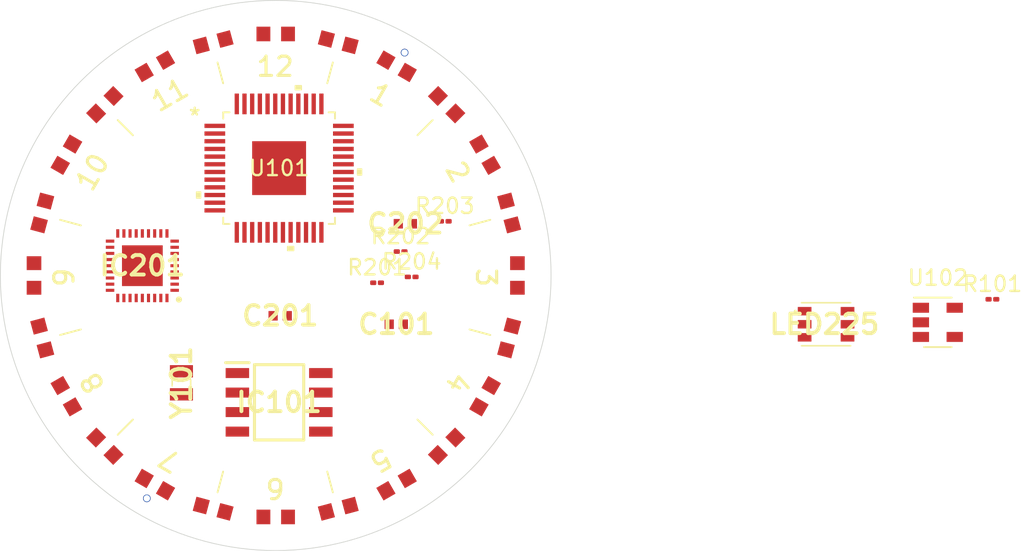
<source format=kicad_pcb>
(kicad_pcb (version 20171130) (host pcbnew "(5.1.10)-1")

  (general
    (thickness 1.6)
    (drawings 27)
    (tracks 2)
    (zones 0)
    (modules 38)
    (nets 93)
  )

  (page A4)
  (layers
    (0 F.Cu signal)
    (31 B.Cu signal)
    (32 B.Adhes user)
    (33 F.Adhes user)
    (34 B.Paste user)
    (35 F.Paste user)
    (36 B.SilkS user hide)
    (37 F.SilkS user)
    (38 B.Mask user)
    (39 F.Mask user hide)
    (40 Dwgs.User user hide)
    (41 Cmts.User user hide)
    (42 Eco1.User user)
    (43 Eco2.User user)
    (44 Edge.Cuts user)
    (45 Margin user)
    (46 B.CrtYd user)
    (47 F.CrtYd user)
    (48 B.Fab user hide)
    (49 F.Fab user hide)
  )

  (setup
    (last_trace_width 0.25)
    (trace_clearance 0.2)
    (zone_clearance 0.508)
    (zone_45_only no)
    (trace_min 0.2)
    (via_size 0.8)
    (via_drill 0.4)
    (via_min_size 0.4)
    (via_min_drill 0.3)
    (uvia_size 0.3)
    (uvia_drill 0.1)
    (uvias_allowed no)
    (uvia_min_size 0.2)
    (uvia_min_drill 0.1)
    (edge_width 0.05)
    (segment_width 0.2)
    (pcb_text_width 0.3)
    (pcb_text_size 1.5 1.5)
    (mod_edge_width 0.12)
    (mod_text_size 1 1)
    (mod_text_width 0.15)
    (pad_size 1.524 1.524)
    (pad_drill 0.762)
    (pad_to_mask_clearance 0.05)
    (aux_axis_origin 0 0)
    (visible_elements 7FFFF7FF)
    (pcbplotparams
      (layerselection 0x010fc_ffffffff)
      (usegerberextensions false)
      (usegerberattributes true)
      (usegerberadvancedattributes true)
      (creategerberjobfile true)
      (excludeedgelayer true)
      (linewidth 0.100000)
      (plotframeref false)
      (viasonmask false)
      (mode 1)
      (useauxorigin false)
      (hpglpennumber 1)
      (hpglpenspeed 20)
      (hpglpendiameter 15.000000)
      (psnegative false)
      (psa4output false)
      (plotreference true)
      (plotvalue true)
      (plotinvisibletext false)
      (padsonsilk false)
      (subtractmaskfromsilk false)
      (outputformat 1)
      (mirror false)
      (drillshape 1)
      (scaleselection 1)
      (outputdirectory ""))
  )

  (net 0 "")
  (net 1 "Net-(U101-PadEPAD)")
  (net 2 "Net-(U101-Pad48)")
  (net 3 "Net-(U101-Pad47)")
  (net 4 "Net-(U101-Pad46)")
  (net 5 "Net-(U101-Pad45)")
  (net 6 "Net-(U101-Pad44)")
  (net 7 "Net-(U101-Pad43)")
  (net 8 "Net-(U101-Pad42)")
  (net 9 "Net-(U101-Pad41)")
  (net 10 "Net-(U101-Pad40)")
  (net 11 "Net-(U101-Pad39)")
  (net 12 "Net-(U101-Pad38)")
  (net 13 "Net-(U101-Pad37)")
  (net 14 "Net-(U101-Pad36)")
  (net 15 "Net-(U101-Pad35)")
  (net 16 "Net-(U101-Pad34)")
  (net 17 "Net-(U101-Pad33)")
  (net 18 "Net-(U101-Pad32)")
  (net 19 "Net-(U101-Pad31)")
  (net 20 "Net-(U101-Pad30)")
  (net 21 "Net-(U101-Pad29)")
  (net 22 "Net-(U101-Pad28)")
  (net 23 "Net-(U101-Pad27)")
  (net 24 "Net-(U101-Pad26)")
  (net 25 "Net-(U101-Pad25)")
  (net 26 "Net-(U101-Pad24)")
  (net 27 "Net-(U101-Pad23)")
  (net 28 "Net-(U101-Pad22)")
  (net 29 "Net-(U101-Pad21)")
  (net 30 "Net-(U101-Pad20)")
  (net 31 "Net-(U101-Pad19)")
  (net 32 "Net-(U101-Pad18)")
  (net 33 "Net-(U101-Pad17)")
  (net 34 "Net-(U101-Pad16)")
  (net 35 "Net-(U101-Pad15)")
  (net 36 "Net-(U101-Pad14)")
  (net 37 "Net-(U101-Pad13)")
  (net 38 "Net-(U101-Pad12)")
  (net 39 "Net-(U101-Pad11)")
  (net 40 "Net-(U101-Pad10)")
  (net 41 "Net-(U101-Pad9)")
  (net 42 "Net-(U101-Pad8)")
  (net 43 "Net-(U101-Pad7)")
  (net 44 "Net-(U101-Pad6)")
  (net 45 "Net-(U101-Pad5)")
  (net 46 "Net-(U101-Pad4)")
  (net 47 "Net-(U101-Pad3)")
  (net 48 "Net-(U101-Pad2)")
  (net 49 "Net-(U101-Pad1)")
  (net 50 "Net-(IC201-Pad33)")
  (net 51 GND)
  (net 52 +3V3)
  (net 53 /leds/OUT1)
  (net 54 /leds/OUT28)
  (net 55 /leds/OUT27)
  (net 56 /leds/OUT26)
  (net 57 /leds/OUT25)
  (net 58 /leds/OUT24)
  (net 59 /leds/OUT23)
  (net 60 /leds/OUT22)
  (net 61 /leds/OUT21)
  (net 62 /leds/OUT20)
  (net 63 /leds/OUT19)
  (net 64 /leds/OUT18)
  (net 65 /leds/OUT17)
  (net 66 /leds/OUT16)
  (net 67 /leds/OUT15)
  (net 68 /leds/OUT14)
  (net 69 /leds/OUT13)
  (net 70 /leds/OUT12)
  (net 71 /leds/OUT11)
  (net 72 /leds/OUT10)
  (net 73 /leds/OUT9)
  (net 74 /leds/OUT8)
  (net 75 /leds/OUT7)
  (net 76 /leds/OUT6)
  (net 77 /leds/OUT5)
  (net 78 /leds/OUT4)
  (net 79 /leds/OUT3)
  (net 80 /leds/OUT2)
  (net 81 "Net-(IC101-Pad7)")
  (net 82 /SCL)
  (net 83 /SDA)
  (net 84 "Net-(IC101-Pad3)")
  (net 85 "Net-(IC101-Pad2)")
  (net 86 /leds/SDB)
  (net 87 "Net-(C101-Pad2)")
  (net 88 "Net-(C101-Pad1)")
  (net 89 "Net-(R101-Pad1)")
  (net 90 +5V)
  (net 91 "Net-(U102-Pad3)")
  (net 92 "Net-(U102-Pad1)")

  (net_class Default "This is the default net class."
    (clearance 0.2)
    (trace_width 0.25)
    (via_dia 0.8)
    (via_drill 0.4)
    (uvia_dia 0.3)
    (uvia_drill 0.1)
    (add_net +3V3)
    (add_net +5V)
    (add_net /SCL)
    (add_net /SDA)
    (add_net /leds/OUT1)
    (add_net /leds/OUT10)
    (add_net /leds/OUT11)
    (add_net /leds/OUT12)
    (add_net /leds/OUT13)
    (add_net /leds/OUT14)
    (add_net /leds/OUT15)
    (add_net /leds/OUT16)
    (add_net /leds/OUT17)
    (add_net /leds/OUT18)
    (add_net /leds/OUT19)
    (add_net /leds/OUT2)
    (add_net /leds/OUT20)
    (add_net /leds/OUT21)
    (add_net /leds/OUT22)
    (add_net /leds/OUT23)
    (add_net /leds/OUT24)
    (add_net /leds/OUT25)
    (add_net /leds/OUT26)
    (add_net /leds/OUT27)
    (add_net /leds/OUT28)
    (add_net /leds/OUT3)
    (add_net /leds/OUT4)
    (add_net /leds/OUT5)
    (add_net /leds/OUT6)
    (add_net /leds/OUT7)
    (add_net /leds/OUT8)
    (add_net /leds/OUT9)
    (add_net /leds/SDB)
    (add_net GND)
    (add_net "Net-(C101-Pad1)")
    (add_net "Net-(C101-Pad2)")
    (add_net "Net-(IC101-Pad2)")
    (add_net "Net-(IC101-Pad3)")
    (add_net "Net-(IC101-Pad7)")
    (add_net "Net-(IC201-Pad33)")
    (add_net "Net-(R101-Pad1)")
    (add_net "Net-(U101-Pad1)")
    (add_net "Net-(U101-Pad10)")
    (add_net "Net-(U101-Pad11)")
    (add_net "Net-(U101-Pad12)")
    (add_net "Net-(U101-Pad13)")
    (add_net "Net-(U101-Pad14)")
    (add_net "Net-(U101-Pad15)")
    (add_net "Net-(U101-Pad16)")
    (add_net "Net-(U101-Pad17)")
    (add_net "Net-(U101-Pad18)")
    (add_net "Net-(U101-Pad19)")
    (add_net "Net-(U101-Pad2)")
    (add_net "Net-(U101-Pad20)")
    (add_net "Net-(U101-Pad21)")
    (add_net "Net-(U101-Pad22)")
    (add_net "Net-(U101-Pad23)")
    (add_net "Net-(U101-Pad24)")
    (add_net "Net-(U101-Pad25)")
    (add_net "Net-(U101-Pad26)")
    (add_net "Net-(U101-Pad27)")
    (add_net "Net-(U101-Pad28)")
    (add_net "Net-(U101-Pad29)")
    (add_net "Net-(U101-Pad3)")
    (add_net "Net-(U101-Pad30)")
    (add_net "Net-(U101-Pad31)")
    (add_net "Net-(U101-Pad32)")
    (add_net "Net-(U101-Pad33)")
    (add_net "Net-(U101-Pad34)")
    (add_net "Net-(U101-Pad35)")
    (add_net "Net-(U101-Pad36)")
    (add_net "Net-(U101-Pad37)")
    (add_net "Net-(U101-Pad38)")
    (add_net "Net-(U101-Pad39)")
    (add_net "Net-(U101-Pad4)")
    (add_net "Net-(U101-Pad40)")
    (add_net "Net-(U101-Pad41)")
    (add_net "Net-(U101-Pad42)")
    (add_net "Net-(U101-Pad43)")
    (add_net "Net-(U101-Pad44)")
    (add_net "Net-(U101-Pad45)")
    (add_net "Net-(U101-Pad46)")
    (add_net "Net-(U101-Pad47)")
    (add_net "Net-(U101-Pad48)")
    (add_net "Net-(U101-Pad5)")
    (add_net "Net-(U101-Pad6)")
    (add_net "Net-(U101-Pad7)")
    (add_net "Net-(U101-Pad8)")
    (add_net "Net-(U101-Pad9)")
    (add_net "Net-(U101-PadEPAD)")
    (add_net "Net-(U102-Pad1)")
    (add_net "Net-(U102-Pad3)")
  )

  (module SamacSys_Parts:CM8V32768TA020125 (layer F.Cu) (tedit 0) (tstamp 62799ED6)
    (at 139.7 95.25 90)
    (descr CM8V)
    (tags "Crystal or Oscillator")
    (path /6292CDA1)
    (attr smd)
    (fp_text reference Y101 (at 0 0 90) (layer F.SilkS)
      (effects (font (size 1.27 1.27) (thickness 0.254)))
    )
    (fp_text value CM8V-T1A-32.768kHz-4pF-20PPM-TA-QC_T3 (at 0.58166 -23.06066 90) (layer F.SilkS) hide
      (effects (font (size 1.27 1.27) (thickness 0.254)))
    )
    (fp_line (start -0.2 0.6) (end 0.2 0.6) (layer F.SilkS) (width 0.1))
    (fp_line (start -0.2 -0.6) (end 0.2 -0.6) (layer F.SilkS) (width 0.1))
    (fp_line (start -2.15 1.75) (end -2.15 -1.75) (layer F.CrtYd) (width 0.1))
    (fp_line (start 2.15 1.75) (end -2.15 1.75) (layer F.CrtYd) (width 0.1))
    (fp_line (start 2.15 -1.75) (end 2.15 1.75) (layer F.CrtYd) (width 0.1))
    (fp_line (start -2.15 -1.75) (end 2.15 -1.75) (layer F.CrtYd) (width 0.1))
    (fp_line (start -1 0.6) (end -1 -0.6) (layer F.Fab) (width 0.2))
    (fp_line (start 1 0.6) (end -1 0.6) (layer F.Fab) (width 0.2))
    (fp_line (start 1 -0.6) (end 1 0.6) (layer F.Fab) (width 0.2))
    (fp_line (start -1 -0.6) (end 1 -0.6) (layer F.Fab) (width 0.2))
    (fp_text user %R (at 0 0 90) (layer F.Fab)
      (effects (font (size 1.27 1.27) (thickness 0.254)))
    )
    (pad 2 smd rect (at 0.75 0 180) (size 1.5 0.8) (layers F.Cu F.Paste F.Mask)
      (net 87 "Net-(C101-Pad2)"))
    (pad 1 smd rect (at -0.75 0 180) (size 1.5 0.8) (layers F.Cu F.Paste F.Mask)
      (net 85 "Net-(IC101-Pad2)"))
    (model C:\ComLib\KiCAD\SamacSys\SamacSys_Parts.3dshapes\CM8V-T1A-32.768kHz-4pF-20PPM-TA-QC_T3.stp
      (at (xyz 0 0 0))
      (scale (xyz 1 1 1))
      (rotate (xyz 0 0 0))
    )
  )

  (module SamacSys_Parts:150352M173300 (layer F.Cu) (tedit 0) (tstamp 62B38EF3)
    (at 181.61 91.44)
    (descr 150352M173300-2)
    (tags LED)
    (path /626A0AD6/62B44AF1)
    (attr smd)
    (fp_text reference LED225 (at -0.105 0) (layer F.SilkS)
      (effects (font (size 1.27 1.27) (thickness 0.254)))
    )
    (fp_text value "RGB LED" (at -0.105 0) (layer F.SilkS) hide
      (effects (font (size 1.27 1.27) (thickness 0.254)))
    )
    (fp_line (start -2 -0.8) (end -2 -0.8) (layer F.SilkS) (width 0.1))
    (fp_line (start -2 -0.9) (end -2 -0.9) (layer F.SilkS) (width 0.1))
    (fp_line (start -1.6 -1.4) (end 1.6 -1.4) (layer F.SilkS) (width 0.1))
    (fp_line (start -1.6 1.4) (end 1.6 1.4) (layer F.SilkS) (width 0.1))
    (fp_line (start -2.55 1.9) (end -2.55 -1.9) (layer F.CrtYd) (width 0.1))
    (fp_line (start 2.34 1.9) (end -2.55 1.9) (layer F.CrtYd) (width 0.1))
    (fp_line (start 2.34 -1.9) (end 2.34 1.9) (layer F.CrtYd) (width 0.1))
    (fp_line (start -2.55 -1.9) (end 2.34 -1.9) (layer F.CrtYd) (width 0.1))
    (fp_line (start -1.6 1.4) (end -1.6 -1.4) (layer F.Fab) (width 0.2))
    (fp_line (start 1.6 1.4) (end -1.6 1.4) (layer F.Fab) (width 0.2))
    (fp_line (start 1.6 -1.4) (end 1.6 1.4) (layer F.Fab) (width 0.2))
    (fp_line (start -1.6 -1.4) (end 1.6 -1.4) (layer F.Fab) (width 0.2))
    (fp_arc (start -2 -0.85) (end -2 -0.8) (angle 180) (layer F.SilkS) (width 0.1))
    (fp_arc (start -2 -0.85) (end -2 -0.9) (angle 180) (layer F.SilkS) (width 0.1))
    (fp_text user %R (at -0.105 0) (layer F.Fab)
      (effects (font (size 1.27 1.27) (thickness 0.254)))
    )
    (pad 6 smd rect (at 1.395 0.85 90) (size 0.55 0.89) (layers F.Cu F.Paste F.Mask)
      (net 52 +3V3))
    (pad 5 smd rect (at -1.395 0.85 90) (size 0.55 0.89) (layers F.Cu F.Paste F.Mask)
      (net 55 /leds/OUT27))
    (pad 4 smd rect (at 1.395 0 90) (size 0.55 0.89) (layers F.Cu F.Paste F.Mask)
      (net 52 +3V3))
    (pad 3 smd rect (at -1.395 0 90) (size 0.55 0.89) (layers F.Cu F.Paste F.Mask)
      (net 56 /leds/OUT26))
    (pad 2 smd rect (at 1.395 -0.85 90) (size 0.55 0.89) (layers F.Cu F.Paste F.Mask)
      (net 52 +3V3))
    (pad 1 smd rect (at -1.395 -0.85 90) (size 0.55 0.89) (layers F.Cu F.Paste F.Mask)
      (net 57 /leds/OUT25))
    (model C:\ComLib\KiCAD\SamacSys\SamacSys_Parts.3dshapes\150352M173300.stp
      (offset (xyz -0.1099999977519186 0 0.9399999834984192))
      (scale (xyz 1 1 1))
      (rotate (xyz -90 0 0))
    )
  )

  (module SamacSys_Parts:LEDC1608X55N (layer F.Cu) (tedit 626A33FA) (tstamp 62BE70C3)
    (at 145.83 72.551 180)
    (descr LTST-C191KRKT)
    (tags LED)
    (path /626A0AD6/628F6BA4)
    (attr smd)
    (fp_text reference LED224 (at 0 4.826 90) (layer F.SilkS) hide
      (effects (font (size 1.27 1.27) (thickness 0.254)))
    )
    (fp_text value LTST-C191KRKT (at 0.1905 8.5725) (layer F.Fab) hide
      (effects (font (size 1.27 1.27) (thickness 0.254)))
    )
    (fp_line (start -0.8 -0.133) (end -0.533 -0.4) (layer F.Fab) (width 0.1))
    (fp_line (start -0.8 0.4) (end -0.8 -0.4) (layer F.Fab) (width 0.1))
    (fp_line (start 0.8 0.4) (end -0.8 0.4) (layer F.Fab) (width 0.1))
    (fp_line (start 0.8 -0.4) (end 0.8 0.4) (layer F.Fab) (width 0.1))
    (fp_line (start -0.8 -0.4) (end 0.8 -0.4) (layer F.Fab) (width 0.1))
    (fp_line (start -1.7 0.925) (end -1.7 -0.925) (layer F.CrtYd) (width 0.05))
    (fp_line (start 1.7 0.925) (end -1.7 0.925) (layer F.CrtYd) (width 0.05))
    (fp_line (start 1.7 -0.925) (end 1.7 0.925) (layer F.CrtYd) (width 0.05))
    (fp_line (start -1.7 -0.925) (end 1.7 -0.925) (layer F.CrtYd) (width 0.05))
    (pad 2 smd rect (at 0.8 0 180) (size 0.9 0.95) (layers F.Cu F.Paste F.Mask)
      (net 52 +3V3))
    (pad 1 smd rect (at -0.8 0 180) (size 0.9 0.95) (layers F.Cu F.Paste F.Mask)
      (net 58 /leds/OUT24))
    (model C:\ComLib\KiCAD\SamacSys\SamacSys_Parts.3dshapes\LTST-C191KRKT.stp
      (offset (xyz -0.02999999887889222 0 0.1800000044492287))
      (scale (xyz 1 1 1))
      (rotate (xyz 0 0 -90))
    )
  )

  (module SamacSys_Parts:LEDC1608X55N (layer F.Cu) (tedit 626A33FA) (tstamp 62BE70DF)
    (at 141.762918 73.086442 195)
    (descr LTST-C191KRKT)
    (tags LED)
    (path /626A0AD6/628F6B8F)
    (attr smd)
    (fp_text reference LED223 (at 0 4.826 105) (layer F.SilkS) hide
      (effects (font (size 1.27 1.27) (thickness 0.254)))
    )
    (fp_text value LTST-C191KRKT (at 0.1905 8.5725 15) (layer F.Fab) hide
      (effects (font (size 1.27 1.27) (thickness 0.254)))
    )
    (fp_line (start -0.8 -0.133) (end -0.533 -0.4) (layer F.Fab) (width 0.1))
    (fp_line (start -0.8 0.4) (end -0.8 -0.4) (layer F.Fab) (width 0.1))
    (fp_line (start 0.8 0.4) (end -0.8 0.4) (layer F.Fab) (width 0.1))
    (fp_line (start 0.8 -0.4) (end 0.8 0.4) (layer F.Fab) (width 0.1))
    (fp_line (start -0.8 -0.4) (end 0.8 -0.4) (layer F.Fab) (width 0.1))
    (fp_line (start -1.7 0.925) (end -1.7 -0.925) (layer F.CrtYd) (width 0.05))
    (fp_line (start 1.7 0.925) (end -1.7 0.925) (layer F.CrtYd) (width 0.05))
    (fp_line (start 1.7 -0.925) (end 1.7 0.925) (layer F.CrtYd) (width 0.05))
    (fp_line (start -1.7 -0.925) (end 1.7 -0.925) (layer F.CrtYd) (width 0.05))
    (pad 2 smd rect (at 0.8 0 195) (size 0.9 0.95) (layers F.Cu F.Paste F.Mask)
      (net 52 +3V3))
    (pad 1 smd rect (at -0.8 0 195) (size 0.9 0.95) (layers F.Cu F.Paste F.Mask)
      (net 59 /leds/OUT23))
    (model C:\ComLib\KiCAD\SamacSys\SamacSys_Parts.3dshapes\LTST-C191KRKT.stp
      (offset (xyz -0.02999999887889222 0 0.1800000044492287))
      (scale (xyz 1 1 1))
      (rotate (xyz 0 0 -90))
    )
  )

  (module SamacSys_Parts:LEDC1608X55N (layer F.Cu) (tedit 626A33FA) (tstamp 62BE70FB)
    (at 137.973 74.656277 210)
    (descr LTST-C191KRKT)
    (tags LED)
    (path /626A0AD6/628F6B7A)
    (attr smd)
    (fp_text reference LED222 (at 0 4.826 120) (layer F.SilkS) hide
      (effects (font (size 1.27 1.27) (thickness 0.254)))
    )
    (fp_text value LTST-C191KRKT (at 0.1905 8.5725 30) (layer F.Fab) hide
      (effects (font (size 1.27 1.27) (thickness 0.254)))
    )
    (fp_line (start -0.8 -0.133) (end -0.533 -0.4) (layer F.Fab) (width 0.1))
    (fp_line (start -0.8 0.4) (end -0.8 -0.4) (layer F.Fab) (width 0.1))
    (fp_line (start 0.8 0.4) (end -0.8 0.4) (layer F.Fab) (width 0.1))
    (fp_line (start 0.8 -0.4) (end 0.8 0.4) (layer F.Fab) (width 0.1))
    (fp_line (start -0.8 -0.4) (end 0.8 -0.4) (layer F.Fab) (width 0.1))
    (fp_line (start -1.7 0.925) (end -1.7 -0.925) (layer F.CrtYd) (width 0.05))
    (fp_line (start 1.7 0.925) (end -1.7 0.925) (layer F.CrtYd) (width 0.05))
    (fp_line (start 1.7 -0.925) (end 1.7 0.925) (layer F.CrtYd) (width 0.05))
    (fp_line (start -1.7 -0.925) (end 1.7 -0.925) (layer F.CrtYd) (width 0.05))
    (pad 2 smd rect (at 0.8 0 210) (size 0.9 0.95) (layers F.Cu F.Paste F.Mask)
      (net 52 +3V3))
    (pad 1 smd rect (at -0.8 0 210) (size 0.9 0.95) (layers F.Cu F.Paste F.Mask)
      (net 60 /leds/OUT22))
    (model C:\ComLib\KiCAD\SamacSys\SamacSys_Parts.3dshapes\LTST-C191KRKT.stp
      (offset (xyz -0.02999999887889222 0 0.1800000044492287))
      (scale (xyz 1 1 1))
      (rotate (xyz 0 0 -90))
    )
  )

  (module SamacSys_Parts:LEDC1608X55N (layer F.Cu) (tedit 626A33FA) (tstamp 62BE7117)
    (at 134.718524 77.153524 225)
    (descr LTST-C191KRKT)
    (tags LED)
    (path /626A0AD6/628F6B65)
    (attr smd)
    (fp_text reference LED221 (at 0 4.826 135) (layer F.SilkS) hide
      (effects (font (size 1.27 1.27) (thickness 0.254)))
    )
    (fp_text value LTST-C191KRKT (at 0.1905 8.5725 45) (layer F.Fab) hide
      (effects (font (size 1.27 1.27) (thickness 0.254)))
    )
    (fp_line (start -0.8 -0.133) (end -0.533 -0.4) (layer F.Fab) (width 0.1))
    (fp_line (start -0.8 0.4) (end -0.8 -0.4) (layer F.Fab) (width 0.1))
    (fp_line (start 0.8 0.4) (end -0.8 0.4) (layer F.Fab) (width 0.1))
    (fp_line (start 0.8 -0.4) (end 0.8 0.4) (layer F.Fab) (width 0.1))
    (fp_line (start -0.8 -0.4) (end 0.8 -0.4) (layer F.Fab) (width 0.1))
    (fp_line (start -1.7 0.925) (end -1.7 -0.925) (layer F.CrtYd) (width 0.05))
    (fp_line (start 1.7 0.925) (end -1.7 0.925) (layer F.CrtYd) (width 0.05))
    (fp_line (start 1.7 -0.925) (end 1.7 0.925) (layer F.CrtYd) (width 0.05))
    (fp_line (start -1.7 -0.925) (end 1.7 -0.925) (layer F.CrtYd) (width 0.05))
    (pad 2 smd rect (at 0.8 0 225) (size 0.9 0.95) (layers F.Cu F.Paste F.Mask)
      (net 52 +3V3))
    (pad 1 smd rect (at -0.8 0 225) (size 0.9 0.95) (layers F.Cu F.Paste F.Mask)
      (net 61 /leds/OUT21))
    (model C:\ComLib\KiCAD\SamacSys\SamacSys_Parts.3dshapes\LTST-C191KRKT.stp
      (offset (xyz -0.02999999887889222 0 0.1800000044492287))
      (scale (xyz 1 1 1))
      (rotate (xyz 0 0 -90))
    )
  )

  (module SamacSys_Parts:LEDC1608X55N (layer F.Cu) (tedit 626A33FA) (tstamp 62BE7133)
    (at 132.221277 80.408 240)
    (descr LTST-C191KRKT)
    (tags LED)
    (path /626A0AD6/628F6B50)
    (attr smd)
    (fp_text reference LED220 (at 0 4.826 150) (layer F.SilkS) hide
      (effects (font (size 1.27 1.27) (thickness 0.254)))
    )
    (fp_text value LTST-C191KRKT (at 0.1905 8.5725 60) (layer F.Fab) hide
      (effects (font (size 1.27 1.27) (thickness 0.254)))
    )
    (fp_line (start -0.8 -0.133) (end -0.533 -0.4) (layer F.Fab) (width 0.1))
    (fp_line (start -0.8 0.4) (end -0.8 -0.4) (layer F.Fab) (width 0.1))
    (fp_line (start 0.8 0.4) (end -0.8 0.4) (layer F.Fab) (width 0.1))
    (fp_line (start 0.8 -0.4) (end 0.8 0.4) (layer F.Fab) (width 0.1))
    (fp_line (start -0.8 -0.4) (end 0.8 -0.4) (layer F.Fab) (width 0.1))
    (fp_line (start -1.7 0.925) (end -1.7 -0.925) (layer F.CrtYd) (width 0.05))
    (fp_line (start 1.7 0.925) (end -1.7 0.925) (layer F.CrtYd) (width 0.05))
    (fp_line (start 1.7 -0.925) (end 1.7 0.925) (layer F.CrtYd) (width 0.05))
    (fp_line (start -1.7 -0.925) (end 1.7 -0.925) (layer F.CrtYd) (width 0.05))
    (pad 2 smd rect (at 0.8 0 240) (size 0.9 0.95) (layers F.Cu F.Paste F.Mask)
      (net 52 +3V3))
    (pad 1 smd rect (at -0.8 0 240) (size 0.9 0.95) (layers F.Cu F.Paste F.Mask)
      (net 61 /leds/OUT21))
    (model C:\ComLib\KiCAD\SamacSys\SamacSys_Parts.3dshapes\LTST-C191KRKT.stp
      (offset (xyz -0.02999999887889222 0 0.1800000044492287))
      (scale (xyz 1 1 1))
      (rotate (xyz 0 0 -90))
    )
  )

  (module SamacSys_Parts:LEDC1608X55N (layer F.Cu) (tedit 626A33FA) (tstamp 62BE714F)
    (at 130.651442 84.197918 255)
    (descr LTST-C191KRKT)
    (tags LED)
    (path /626A0AD6/628F6B3B)
    (attr smd)
    (fp_text reference LED219 (at 0 4.826 165) (layer F.SilkS) hide
      (effects (font (size 1.27 1.27) (thickness 0.254)))
    )
    (fp_text value LTST-C191KRKT (at 0.1905 8.5725 75) (layer F.Fab) hide
      (effects (font (size 1.27 1.27) (thickness 0.254)))
    )
    (fp_line (start -0.8 -0.133) (end -0.533 -0.4) (layer F.Fab) (width 0.1))
    (fp_line (start -0.8 0.4) (end -0.8 -0.4) (layer F.Fab) (width 0.1))
    (fp_line (start 0.8 0.4) (end -0.8 0.4) (layer F.Fab) (width 0.1))
    (fp_line (start 0.8 -0.4) (end 0.8 0.4) (layer F.Fab) (width 0.1))
    (fp_line (start -0.8 -0.4) (end 0.8 -0.4) (layer F.Fab) (width 0.1))
    (fp_line (start -1.7 0.925) (end -1.7 -0.925) (layer F.CrtYd) (width 0.05))
    (fp_line (start 1.7 0.925) (end -1.7 0.925) (layer F.CrtYd) (width 0.05))
    (fp_line (start 1.7 -0.925) (end 1.7 0.925) (layer F.CrtYd) (width 0.05))
    (fp_line (start -1.7 -0.925) (end 1.7 -0.925) (layer F.CrtYd) (width 0.05))
    (pad 2 smd rect (at 0.8 0 255) (size 0.9 0.95) (layers F.Cu F.Paste F.Mask)
      (net 52 +3V3))
    (pad 1 smd rect (at -0.8 0 255) (size 0.9 0.95) (layers F.Cu F.Paste F.Mask)
      (net 62 /leds/OUT20))
    (model C:\ComLib\KiCAD\SamacSys\SamacSys_Parts.3dshapes\LTST-C191KRKT.stp
      (offset (xyz -0.02999999887889222 0 0.1800000044492287))
      (scale (xyz 1 1 1))
      (rotate (xyz 0 0 -90))
    )
  )

  (module SamacSys_Parts:LEDC1608X55N (layer F.Cu) (tedit 626A33FA) (tstamp 62BE716B)
    (at 130.116 88.265 270)
    (descr LTST-C191KRKT)
    (tags LED)
    (path /626A0AD6/628F6B26)
    (attr smd)
    (fp_text reference LED218 (at 0 4.826) (layer F.SilkS) hide
      (effects (font (size 1.27 1.27) (thickness 0.254)))
    )
    (fp_text value LTST-C191KRKT (at 0.1905 8.5725 90) (layer F.Fab) hide
      (effects (font (size 1.27 1.27) (thickness 0.254)))
    )
    (fp_line (start -0.8 -0.133) (end -0.533 -0.4) (layer F.Fab) (width 0.1))
    (fp_line (start -0.8 0.4) (end -0.8 -0.4) (layer F.Fab) (width 0.1))
    (fp_line (start 0.8 0.4) (end -0.8 0.4) (layer F.Fab) (width 0.1))
    (fp_line (start 0.8 -0.4) (end 0.8 0.4) (layer F.Fab) (width 0.1))
    (fp_line (start -0.8 -0.4) (end 0.8 -0.4) (layer F.Fab) (width 0.1))
    (fp_line (start -1.7 0.925) (end -1.7 -0.925) (layer F.CrtYd) (width 0.05))
    (fp_line (start 1.7 0.925) (end -1.7 0.925) (layer F.CrtYd) (width 0.05))
    (fp_line (start 1.7 -0.925) (end 1.7 0.925) (layer F.CrtYd) (width 0.05))
    (fp_line (start -1.7 -0.925) (end 1.7 -0.925) (layer F.CrtYd) (width 0.05))
    (pad 2 smd rect (at 0.8 0 270) (size 0.9 0.95) (layers F.Cu F.Paste F.Mask)
      (net 52 +3V3))
    (pad 1 smd rect (at -0.8 0 270) (size 0.9 0.95) (layers F.Cu F.Paste F.Mask)
      (net 63 /leds/OUT19))
    (model C:\ComLib\KiCAD\SamacSys\SamacSys_Parts.3dshapes\LTST-C191KRKT.stp
      (offset (xyz -0.02999999887889222 0 0.1800000044492287))
      (scale (xyz 1 1 1))
      (rotate (xyz 0 0 -90))
    )
  )

  (module SamacSys_Parts:LEDC1608X55N (layer F.Cu) (tedit 626A33FA) (tstamp 62BE7187)
    (at 130.651442 92.332082 285)
    (descr LTST-C191KRKT)
    (tags LED)
    (path /626A0AD6/628F6B11)
    (attr smd)
    (fp_text reference LED217 (at 0 4.826 15) (layer F.SilkS) hide
      (effects (font (size 1.27 1.27) (thickness 0.254)))
    )
    (fp_text value LTST-C191KRKT (at 0.1905 8.5725 105) (layer F.Fab) hide
      (effects (font (size 1.27 1.27) (thickness 0.254)))
    )
    (fp_line (start -0.8 -0.133) (end -0.533 -0.4) (layer F.Fab) (width 0.1))
    (fp_line (start -0.8 0.4) (end -0.8 -0.4) (layer F.Fab) (width 0.1))
    (fp_line (start 0.8 0.4) (end -0.8 0.4) (layer F.Fab) (width 0.1))
    (fp_line (start 0.8 -0.4) (end 0.8 0.4) (layer F.Fab) (width 0.1))
    (fp_line (start -0.8 -0.4) (end 0.8 -0.4) (layer F.Fab) (width 0.1))
    (fp_line (start -1.7 0.925) (end -1.7 -0.925) (layer F.CrtYd) (width 0.05))
    (fp_line (start 1.7 0.925) (end -1.7 0.925) (layer F.CrtYd) (width 0.05))
    (fp_line (start 1.7 -0.925) (end 1.7 0.925) (layer F.CrtYd) (width 0.05))
    (fp_line (start -1.7 -0.925) (end 1.7 -0.925) (layer F.CrtYd) (width 0.05))
    (pad 2 smd rect (at 0.8 0 285) (size 0.9 0.95) (layers F.Cu F.Paste F.Mask)
      (net 52 +3V3))
    (pad 1 smd rect (at -0.8 0 285) (size 0.9 0.95) (layers F.Cu F.Paste F.Mask)
      (net 64 /leds/OUT18))
    (model C:\ComLib\KiCAD\SamacSys\SamacSys_Parts.3dshapes\LTST-C191KRKT.stp
      (offset (xyz -0.02999999887889222 0 0.1800000044492287))
      (scale (xyz 1 1 1))
      (rotate (xyz 0 0 -90))
    )
  )

  (module SamacSys_Parts:LEDC1608X55N (layer F.Cu) (tedit 626A33FA) (tstamp 62BE71A3)
    (at 132.221277 96.122 300)
    (descr LTST-C191KRKT)
    (tags LED)
    (path /626A0AD6/628EE41D)
    (attr smd)
    (fp_text reference LED216 (at 0 4.826 30) (layer F.SilkS) hide
      (effects (font (size 1.27 1.27) (thickness 0.254)))
    )
    (fp_text value LTST-C191KRKT (at 0.1905 8.5725 120) (layer F.Fab) hide
      (effects (font (size 1.27 1.27) (thickness 0.254)))
    )
    (fp_line (start -0.8 -0.133) (end -0.533 -0.4) (layer F.Fab) (width 0.1))
    (fp_line (start -0.8 0.4) (end -0.8 -0.4) (layer F.Fab) (width 0.1))
    (fp_line (start 0.8 0.4) (end -0.8 0.4) (layer F.Fab) (width 0.1))
    (fp_line (start 0.8 -0.4) (end 0.8 0.4) (layer F.Fab) (width 0.1))
    (fp_line (start -0.8 -0.4) (end 0.8 -0.4) (layer F.Fab) (width 0.1))
    (fp_line (start -1.7 0.925) (end -1.7 -0.925) (layer F.CrtYd) (width 0.05))
    (fp_line (start 1.7 0.925) (end -1.7 0.925) (layer F.CrtYd) (width 0.05))
    (fp_line (start 1.7 -0.925) (end 1.7 0.925) (layer F.CrtYd) (width 0.05))
    (fp_line (start -1.7 -0.925) (end 1.7 -0.925) (layer F.CrtYd) (width 0.05))
    (pad 2 smd rect (at 0.8 0 300) (size 0.9 0.95) (layers F.Cu F.Paste F.Mask)
      (net 52 +3V3))
    (pad 1 smd rect (at -0.8 0 300) (size 0.9 0.95) (layers F.Cu F.Paste F.Mask)
      (net 65 /leds/OUT17))
    (model C:\ComLib\KiCAD\SamacSys\SamacSys_Parts.3dshapes\LTST-C191KRKT.stp
      (offset (xyz -0.02999999887889222 0 0.1800000044492287))
      (scale (xyz 1 1 1))
      (rotate (xyz 0 0 -90))
    )
  )

  (module SamacSys_Parts:LEDC1608X55N (layer F.Cu) (tedit 626A33FA) (tstamp 62BE71BF)
    (at 134.718524 99.376476 315)
    (descr LTST-C191KRKT)
    (tags LED)
    (path /626A0AD6/628EE408)
    (attr smd)
    (fp_text reference LED215 (at 0 4.826 45) (layer F.SilkS) hide
      (effects (font (size 1.27 1.27) (thickness 0.254)))
    )
    (fp_text value LTST-C191KRKT (at 0.1905 8.5725 135) (layer F.Fab) hide
      (effects (font (size 1.27 1.27) (thickness 0.254)))
    )
    (fp_line (start -0.8 -0.133) (end -0.533 -0.4) (layer F.Fab) (width 0.1))
    (fp_line (start -0.8 0.4) (end -0.8 -0.4) (layer F.Fab) (width 0.1))
    (fp_line (start 0.8 0.4) (end -0.8 0.4) (layer F.Fab) (width 0.1))
    (fp_line (start 0.8 -0.4) (end 0.8 0.4) (layer F.Fab) (width 0.1))
    (fp_line (start -0.8 -0.4) (end 0.8 -0.4) (layer F.Fab) (width 0.1))
    (fp_line (start -1.7 0.925) (end -1.7 -0.925) (layer F.CrtYd) (width 0.05))
    (fp_line (start 1.7 0.925) (end -1.7 0.925) (layer F.CrtYd) (width 0.05))
    (fp_line (start 1.7 -0.925) (end 1.7 0.925) (layer F.CrtYd) (width 0.05))
    (fp_line (start -1.7 -0.925) (end 1.7 -0.925) (layer F.CrtYd) (width 0.05))
    (pad 2 smd rect (at 0.8 0 315) (size 0.9 0.95) (layers F.Cu F.Paste F.Mask)
      (net 52 +3V3))
    (pad 1 smd rect (at -0.8 0 315) (size 0.9 0.95) (layers F.Cu F.Paste F.Mask)
      (net 66 /leds/OUT16))
    (model C:\ComLib\KiCAD\SamacSys\SamacSys_Parts.3dshapes\LTST-C191KRKT.stp
      (offset (xyz -0.02999999887889222 0 0.1800000044492287))
      (scale (xyz 1 1 1))
      (rotate (xyz 0 0 -90))
    )
  )

  (module SamacSys_Parts:LEDC1608X55N (layer F.Cu) (tedit 626A33FA) (tstamp 62BE71DB)
    (at 137.973 101.873723 330)
    (descr LTST-C191KRKT)
    (tags LED)
    (path /626A0AD6/628EE3F3)
    (attr smd)
    (fp_text reference LED214 (at 0 4.826 60) (layer F.SilkS) hide
      (effects (font (size 1.27 1.27) (thickness 0.254)))
    )
    (fp_text value LTST-C191KRKT (at 0.1905 8.5725 150) (layer F.Fab) hide
      (effects (font (size 1.27 1.27) (thickness 0.254)))
    )
    (fp_line (start -0.8 -0.133) (end -0.533 -0.4) (layer F.Fab) (width 0.1))
    (fp_line (start -0.8 0.4) (end -0.8 -0.4) (layer F.Fab) (width 0.1))
    (fp_line (start 0.8 0.4) (end -0.8 0.4) (layer F.Fab) (width 0.1))
    (fp_line (start 0.8 -0.4) (end 0.8 0.4) (layer F.Fab) (width 0.1))
    (fp_line (start -0.8 -0.4) (end 0.8 -0.4) (layer F.Fab) (width 0.1))
    (fp_line (start -1.7 0.925) (end -1.7 -0.925) (layer F.CrtYd) (width 0.05))
    (fp_line (start 1.7 0.925) (end -1.7 0.925) (layer F.CrtYd) (width 0.05))
    (fp_line (start 1.7 -0.925) (end 1.7 0.925) (layer F.CrtYd) (width 0.05))
    (fp_line (start -1.7 -0.925) (end 1.7 -0.925) (layer F.CrtYd) (width 0.05))
    (pad 2 smd rect (at 0.8 0 330) (size 0.9 0.95) (layers F.Cu F.Paste F.Mask)
      (net 52 +3V3))
    (pad 1 smd rect (at -0.8 0 330) (size 0.9 0.95) (layers F.Cu F.Paste F.Mask)
      (net 67 /leds/OUT15))
    (model C:\ComLib\KiCAD\SamacSys\SamacSys_Parts.3dshapes\LTST-C191KRKT.stp
      (offset (xyz -0.02999999887889222 0 0.1800000044492287))
      (scale (xyz 1 1 1))
      (rotate (xyz 0 0 -90))
    )
  )

  (module SamacSys_Parts:LEDC1608X55N (layer F.Cu) (tedit 626A33FA) (tstamp 62BE71F7)
    (at 141.762918 103.443558 345)
    (descr LTST-C191KRKT)
    (tags LED)
    (path /626A0AD6/628EE3DE)
    (attr smd)
    (fp_text reference LED213 (at 0 4.826 75) (layer F.SilkS) hide
      (effects (font (size 1.27 1.27) (thickness 0.254)))
    )
    (fp_text value LTST-C191KRKT (at 0.1905 8.5725 165) (layer F.Fab) hide
      (effects (font (size 1.27 1.27) (thickness 0.254)))
    )
    (fp_line (start -0.8 -0.133) (end -0.533 -0.4) (layer F.Fab) (width 0.1))
    (fp_line (start -0.8 0.4) (end -0.8 -0.4) (layer F.Fab) (width 0.1))
    (fp_line (start 0.8 0.4) (end -0.8 0.4) (layer F.Fab) (width 0.1))
    (fp_line (start 0.8 -0.4) (end 0.8 0.4) (layer F.Fab) (width 0.1))
    (fp_line (start -0.8 -0.4) (end 0.8 -0.4) (layer F.Fab) (width 0.1))
    (fp_line (start -1.7 0.925) (end -1.7 -0.925) (layer F.CrtYd) (width 0.05))
    (fp_line (start 1.7 0.925) (end -1.7 0.925) (layer F.CrtYd) (width 0.05))
    (fp_line (start 1.7 -0.925) (end 1.7 0.925) (layer F.CrtYd) (width 0.05))
    (fp_line (start -1.7 -0.925) (end 1.7 -0.925) (layer F.CrtYd) (width 0.05))
    (pad 2 smd rect (at 0.8 0 345) (size 0.9 0.95) (layers F.Cu F.Paste F.Mask)
      (net 52 +3V3))
    (pad 1 smd rect (at -0.8 0 345) (size 0.9 0.95) (layers F.Cu F.Paste F.Mask)
      (net 68 /leds/OUT14))
    (model C:\ComLib\KiCAD\SamacSys\SamacSys_Parts.3dshapes\LTST-C191KRKT.stp
      (offset (xyz -0.02999999887889222 0 0.1800000044492287))
      (scale (xyz 1 1 1))
      (rotate (xyz 0 0 -90))
    )
  )

  (module SamacSys_Parts:LEDC1608X55N (layer F.Cu) (tedit 626A33FA) (tstamp 62BE7213)
    (at 145.83 103.979)
    (descr LTST-C191KRKT)
    (tags LED)
    (path /626A0AD6/628EE3C9)
    (attr smd)
    (fp_text reference LED212 (at 0 4.826 90) (layer F.SilkS) hide
      (effects (font (size 1.27 1.27) (thickness 0.254)))
    )
    (fp_text value LTST-C191KRKT (at 0.1905 8.5725) (layer F.Fab) hide
      (effects (font (size 1.27 1.27) (thickness 0.254)))
    )
    (fp_line (start -0.8 -0.133) (end -0.533 -0.4) (layer F.Fab) (width 0.1))
    (fp_line (start -0.8 0.4) (end -0.8 -0.4) (layer F.Fab) (width 0.1))
    (fp_line (start 0.8 0.4) (end -0.8 0.4) (layer F.Fab) (width 0.1))
    (fp_line (start 0.8 -0.4) (end 0.8 0.4) (layer F.Fab) (width 0.1))
    (fp_line (start -0.8 -0.4) (end 0.8 -0.4) (layer F.Fab) (width 0.1))
    (fp_line (start -1.7 0.925) (end -1.7 -0.925) (layer F.CrtYd) (width 0.05))
    (fp_line (start 1.7 0.925) (end -1.7 0.925) (layer F.CrtYd) (width 0.05))
    (fp_line (start 1.7 -0.925) (end 1.7 0.925) (layer F.CrtYd) (width 0.05))
    (fp_line (start -1.7 -0.925) (end 1.7 -0.925) (layer F.CrtYd) (width 0.05))
    (pad 2 smd rect (at 0.8 0) (size 0.9 0.95) (layers F.Cu F.Paste F.Mask)
      (net 52 +3V3))
    (pad 1 smd rect (at -0.8 0) (size 0.9 0.95) (layers F.Cu F.Paste F.Mask)
      (net 69 /leds/OUT13))
    (model C:\ComLib\KiCAD\SamacSys\SamacSys_Parts.3dshapes\LTST-C191KRKT.stp
      (offset (xyz -0.02999999887889222 0 0.1800000044492287))
      (scale (xyz 1 1 1))
      (rotate (xyz 0 0 -90))
    )
  )

  (module SamacSys_Parts:LEDC1608X55N (layer F.Cu) (tedit 626A33FA) (tstamp 62BE722F)
    (at 149.897082 103.443558 15)
    (descr LTST-C191KRKT)
    (tags LED)
    (path /626A0AD6/628EE3B4)
    (attr smd)
    (fp_text reference LED211 (at 0 4.826 105) (layer F.SilkS) hide
      (effects (font (size 1.27 1.27) (thickness 0.254)))
    )
    (fp_text value LTST-C191KRKT (at 0.1905 8.5725 15) (layer F.Fab) hide
      (effects (font (size 1.27 1.27) (thickness 0.254)))
    )
    (fp_line (start -0.8 -0.133) (end -0.533 -0.4) (layer F.Fab) (width 0.1))
    (fp_line (start -0.8 0.4) (end -0.8 -0.4) (layer F.Fab) (width 0.1))
    (fp_line (start 0.8 0.4) (end -0.8 0.4) (layer F.Fab) (width 0.1))
    (fp_line (start 0.8 -0.4) (end 0.8 0.4) (layer F.Fab) (width 0.1))
    (fp_line (start -0.8 -0.4) (end 0.8 -0.4) (layer F.Fab) (width 0.1))
    (fp_line (start -1.7 0.925) (end -1.7 -0.925) (layer F.CrtYd) (width 0.05))
    (fp_line (start 1.7 0.925) (end -1.7 0.925) (layer F.CrtYd) (width 0.05))
    (fp_line (start 1.7 -0.925) (end 1.7 0.925) (layer F.CrtYd) (width 0.05))
    (fp_line (start -1.7 -0.925) (end 1.7 -0.925) (layer F.CrtYd) (width 0.05))
    (pad 2 smd rect (at 0.8 0 15) (size 0.9 0.95) (layers F.Cu F.Paste F.Mask)
      (net 52 +3V3))
    (pad 1 smd rect (at -0.8 0 15) (size 0.9 0.95) (layers F.Cu F.Paste F.Mask)
      (net 70 /leds/OUT12))
    (model C:\ComLib\KiCAD\SamacSys\SamacSys_Parts.3dshapes\LTST-C191KRKT.stp
      (offset (xyz -0.02999999887889222 0 0.1800000044492287))
      (scale (xyz 1 1 1))
      (rotate (xyz 0 0 -90))
    )
  )

  (module SamacSys_Parts:LEDC1608X55N (layer F.Cu) (tedit 626A33FA) (tstamp 62BE724B)
    (at 153.687 101.873723 30)
    (descr LTST-C191KRKT)
    (tags LED)
    (path /626A0AD6/628EE39F)
    (attr smd)
    (fp_text reference LED210 (at 0 4.826 120) (layer F.SilkS) hide
      (effects (font (size 1.27 1.27) (thickness 0.254)))
    )
    (fp_text value LTST-C191KRKT (at 0.1905 8.5725 30) (layer F.Fab) hide
      (effects (font (size 1.27 1.27) (thickness 0.254)))
    )
    (fp_line (start -0.8 -0.133) (end -0.533 -0.4) (layer F.Fab) (width 0.1))
    (fp_line (start -0.8 0.4) (end -0.8 -0.4) (layer F.Fab) (width 0.1))
    (fp_line (start 0.8 0.4) (end -0.8 0.4) (layer F.Fab) (width 0.1))
    (fp_line (start 0.8 -0.4) (end 0.8 0.4) (layer F.Fab) (width 0.1))
    (fp_line (start -0.8 -0.4) (end 0.8 -0.4) (layer F.Fab) (width 0.1))
    (fp_line (start -1.7 0.925) (end -1.7 -0.925) (layer F.CrtYd) (width 0.05))
    (fp_line (start 1.7 0.925) (end -1.7 0.925) (layer F.CrtYd) (width 0.05))
    (fp_line (start 1.7 -0.925) (end 1.7 0.925) (layer F.CrtYd) (width 0.05))
    (fp_line (start -1.7 -0.925) (end 1.7 -0.925) (layer F.CrtYd) (width 0.05))
    (pad 2 smd rect (at 0.8 0 30) (size 0.9 0.95) (layers F.Cu F.Paste F.Mask)
      (net 52 +3V3))
    (pad 1 smd rect (at -0.8 0 30) (size 0.9 0.95) (layers F.Cu F.Paste F.Mask)
      (net 72 /leds/OUT10))
    (model C:\ComLib\KiCAD\SamacSys\SamacSys_Parts.3dshapes\LTST-C191KRKT.stp
      (offset (xyz -0.02999999887889222 0 0.1800000044492287))
      (scale (xyz 1 1 1))
      (rotate (xyz 0 0 -90))
    )
  )

  (module SamacSys_Parts:LEDC1608X55N (layer F.Cu) (tedit 626A33FA) (tstamp 62BE7267)
    (at 156.941476 99.376476 45)
    (descr LTST-C191KRKT)
    (tags LED)
    (path /626A0AD6/628EE38A)
    (attr smd)
    (fp_text reference LED209 (at 0 4.826 135) (layer F.SilkS) hide
      (effects (font (size 1.27 1.27) (thickness 0.254)))
    )
    (fp_text value LTST-C191KRKT (at 0.1905 8.5725 45) (layer F.Fab) hide
      (effects (font (size 1.27 1.27) (thickness 0.254)))
    )
    (fp_line (start -0.8 -0.133) (end -0.533 -0.4) (layer F.Fab) (width 0.1))
    (fp_line (start -0.8 0.4) (end -0.8 -0.4) (layer F.Fab) (width 0.1))
    (fp_line (start 0.8 0.4) (end -0.8 0.4) (layer F.Fab) (width 0.1))
    (fp_line (start 0.8 -0.4) (end 0.8 0.4) (layer F.Fab) (width 0.1))
    (fp_line (start -0.8 -0.4) (end 0.8 -0.4) (layer F.Fab) (width 0.1))
    (fp_line (start -1.7 0.925) (end -1.7 -0.925) (layer F.CrtYd) (width 0.05))
    (fp_line (start 1.7 0.925) (end -1.7 0.925) (layer F.CrtYd) (width 0.05))
    (fp_line (start 1.7 -0.925) (end 1.7 0.925) (layer F.CrtYd) (width 0.05))
    (fp_line (start -1.7 -0.925) (end 1.7 -0.925) (layer F.CrtYd) (width 0.05))
    (pad 2 smd rect (at 0.8 0 45) (size 0.9 0.95) (layers F.Cu F.Paste F.Mask)
      (net 52 +3V3))
    (pad 1 smd rect (at -0.8 0 45) (size 0.9 0.95) (layers F.Cu F.Paste F.Mask)
      (net 73 /leds/OUT9))
    (model C:\ComLib\KiCAD\SamacSys\SamacSys_Parts.3dshapes\LTST-C191KRKT.stp
      (offset (xyz -0.02999999887889222 0 0.1800000044492287))
      (scale (xyz 1 1 1))
      (rotate (xyz 0 0 -90))
    )
  )

  (module SamacSys_Parts:LEDC1608X55N (layer F.Cu) (tedit 626A33FA) (tstamp 62BE7283)
    (at 159.438723 96.122 60)
    (descr LTST-C191KRKT)
    (tags LED)
    (path /626A0AD6/628CBF8B)
    (attr smd)
    (fp_text reference LED208 (at 0 4.826 150) (layer F.SilkS) hide
      (effects (font (size 1.27 1.27) (thickness 0.254)))
    )
    (fp_text value LTST-C191KRKT (at 0.1905 8.5725 60) (layer F.Fab) hide
      (effects (font (size 1.27 1.27) (thickness 0.254)))
    )
    (fp_line (start -0.8 -0.133) (end -0.533 -0.4) (layer F.Fab) (width 0.1))
    (fp_line (start -0.8 0.4) (end -0.8 -0.4) (layer F.Fab) (width 0.1))
    (fp_line (start 0.8 0.4) (end -0.8 0.4) (layer F.Fab) (width 0.1))
    (fp_line (start 0.8 -0.4) (end 0.8 0.4) (layer F.Fab) (width 0.1))
    (fp_line (start -0.8 -0.4) (end 0.8 -0.4) (layer F.Fab) (width 0.1))
    (fp_line (start -1.7 0.925) (end -1.7 -0.925) (layer F.CrtYd) (width 0.05))
    (fp_line (start 1.7 0.925) (end -1.7 0.925) (layer F.CrtYd) (width 0.05))
    (fp_line (start 1.7 -0.925) (end 1.7 0.925) (layer F.CrtYd) (width 0.05))
    (fp_line (start -1.7 -0.925) (end 1.7 -0.925) (layer F.CrtYd) (width 0.05))
    (pad 2 smd rect (at 0.8 0 60) (size 0.9 0.95) (layers F.Cu F.Paste F.Mask)
      (net 52 +3V3))
    (pad 1 smd rect (at -0.8 0 60) (size 0.9 0.95) (layers F.Cu F.Paste F.Mask)
      (net 74 /leds/OUT8))
    (model C:\ComLib\KiCAD\SamacSys\SamacSys_Parts.3dshapes\LTST-C191KRKT.stp
      (offset (xyz -0.02999999887889222 0 0.1800000044492287))
      (scale (xyz 1 1 1))
      (rotate (xyz 0 0 -90))
    )
  )

  (module SamacSys_Parts:LEDC1608X55N (layer F.Cu) (tedit 626A33FA) (tstamp 62BE729F)
    (at 161.008558 92.332082 75)
    (descr LTST-C191KRKT)
    (tags LED)
    (path /626A0AD6/628CBF76)
    (attr smd)
    (fp_text reference LED207 (at 0 4.826 165) (layer F.SilkS) hide
      (effects (font (size 1.27 1.27) (thickness 0.254)))
    )
    (fp_text value LTST-C191KRKT (at 0.1905 8.5725 75) (layer F.Fab) hide
      (effects (font (size 1.27 1.27) (thickness 0.254)))
    )
    (fp_line (start -0.8 -0.133) (end -0.533 -0.4) (layer F.Fab) (width 0.1))
    (fp_line (start -0.8 0.4) (end -0.8 -0.4) (layer F.Fab) (width 0.1))
    (fp_line (start 0.8 0.4) (end -0.8 0.4) (layer F.Fab) (width 0.1))
    (fp_line (start 0.8 -0.4) (end 0.8 0.4) (layer F.Fab) (width 0.1))
    (fp_line (start -0.8 -0.4) (end 0.8 -0.4) (layer F.Fab) (width 0.1))
    (fp_line (start -1.7 0.925) (end -1.7 -0.925) (layer F.CrtYd) (width 0.05))
    (fp_line (start 1.7 0.925) (end -1.7 0.925) (layer F.CrtYd) (width 0.05))
    (fp_line (start 1.7 -0.925) (end 1.7 0.925) (layer F.CrtYd) (width 0.05))
    (fp_line (start -1.7 -0.925) (end 1.7 -0.925) (layer F.CrtYd) (width 0.05))
    (pad 2 smd rect (at 0.8 0 75) (size 0.9 0.95) (layers F.Cu F.Paste F.Mask)
      (net 52 +3V3))
    (pad 1 smd rect (at -0.8 0 75) (size 0.9 0.95) (layers F.Cu F.Paste F.Mask)
      (net 75 /leds/OUT7))
    (model C:\ComLib\KiCAD\SamacSys\SamacSys_Parts.3dshapes\LTST-C191KRKT.stp
      (offset (xyz -0.02999999887889222 0 0.1800000044492287))
      (scale (xyz 1 1 1))
      (rotate (xyz 0 0 -90))
    )
  )

  (module SamacSys_Parts:LEDC1608X55N (layer F.Cu) (tedit 626A33FA) (tstamp 62BE6FAE)
    (at 161.544 88.265 90)
    (descr LTST-C191KRKT)
    (tags LED)
    (path /626A0AD6/628CBF61)
    (attr smd)
    (fp_text reference LED206 (at 0 4.826) (layer F.SilkS) hide
      (effects (font (size 1.27 1.27) (thickness 0.254)))
    )
    (fp_text value LTST-C191KRKT (at 0.1905 8.5725 90) (layer F.Fab) hide
      (effects (font (size 1.27 1.27) (thickness 0.254)))
    )
    (fp_line (start -0.8 -0.133) (end -0.533 -0.4) (layer F.Fab) (width 0.1))
    (fp_line (start -0.8 0.4) (end -0.8 -0.4) (layer F.Fab) (width 0.1))
    (fp_line (start 0.8 0.4) (end -0.8 0.4) (layer F.Fab) (width 0.1))
    (fp_line (start 0.8 -0.4) (end 0.8 0.4) (layer F.Fab) (width 0.1))
    (fp_line (start -0.8 -0.4) (end 0.8 -0.4) (layer F.Fab) (width 0.1))
    (fp_line (start -1.7 0.925) (end -1.7 -0.925) (layer F.CrtYd) (width 0.05))
    (fp_line (start 1.7 0.925) (end -1.7 0.925) (layer F.CrtYd) (width 0.05))
    (fp_line (start 1.7 -0.925) (end 1.7 0.925) (layer F.CrtYd) (width 0.05))
    (fp_line (start -1.7 -0.925) (end 1.7 -0.925) (layer F.CrtYd) (width 0.05))
    (pad 2 smd rect (at 0.8 0 90) (size 0.9 0.95) (layers F.Cu F.Paste F.Mask)
      (net 52 +3V3))
    (pad 1 smd rect (at -0.8 0 90) (size 0.9 0.95) (layers F.Cu F.Paste F.Mask)
      (net 76 /leds/OUT6))
    (model C:\ComLib\KiCAD\SamacSys\SamacSys_Parts.3dshapes\LTST-C191KRKT.stp
      (offset (xyz -0.02999999887889222 0 0.1800000044492287))
      (scale (xyz 1 1 1))
      (rotate (xyz 0 0 -90))
    )
  )

  (module SamacSys_Parts:LEDC1608X55N (layer F.Cu) (tedit 626A33FA) (tstamp 62BE7037)
    (at 161.008558 84.197918 105)
    (descr LTST-C191KRKT)
    (tags LED)
    (path /626A0AD6/628CBF4C)
    (attr smd)
    (fp_text reference LED205 (at 0 4.826 15) (layer F.SilkS) hide
      (effects (font (size 1.27 1.27) (thickness 0.254)))
    )
    (fp_text value LTST-C191KRKT (at 0.1905 8.5725 105) (layer F.Fab) hide
      (effects (font (size 1.27 1.27) (thickness 0.254)))
    )
    (fp_line (start -0.8 -0.133) (end -0.533 -0.4) (layer F.Fab) (width 0.1))
    (fp_line (start -0.8 0.4) (end -0.8 -0.4) (layer F.Fab) (width 0.1))
    (fp_line (start 0.8 0.4) (end -0.8 0.4) (layer F.Fab) (width 0.1))
    (fp_line (start 0.8 -0.4) (end 0.8 0.4) (layer F.Fab) (width 0.1))
    (fp_line (start -0.8 -0.4) (end 0.8 -0.4) (layer F.Fab) (width 0.1))
    (fp_line (start -1.7 0.925) (end -1.7 -0.925) (layer F.CrtYd) (width 0.05))
    (fp_line (start 1.7 0.925) (end -1.7 0.925) (layer F.CrtYd) (width 0.05))
    (fp_line (start 1.7 -0.925) (end 1.7 0.925) (layer F.CrtYd) (width 0.05))
    (fp_line (start -1.7 -0.925) (end 1.7 -0.925) (layer F.CrtYd) (width 0.05))
    (pad 2 smd rect (at 0.8 0 105) (size 0.9 0.95) (layers F.Cu F.Paste F.Mask)
      (net 52 +3V3))
    (pad 1 smd rect (at -0.8 0 105) (size 0.9 0.95) (layers F.Cu F.Paste F.Mask)
      (net 77 /leds/OUT5))
    (model C:\ComLib\KiCAD\SamacSys\SamacSys_Parts.3dshapes\LTST-C191KRKT.stp
      (offset (xyz -0.02999999887889222 0 0.1800000044492287))
      (scale (xyz 1 1 1))
      (rotate (xyz 0 0 -90))
    )
  )

  (module SamacSys_Parts:LEDC1608X55N (layer F.Cu) (tedit 626A33FA) (tstamp 62BE7053)
    (at 159.438723 80.408 120)
    (descr LTST-C191KRKT)
    (tags LED)
    (path /626A0AD6/628BC940)
    (attr smd)
    (fp_text reference LED204 (at 0 4.826 30) (layer F.SilkS) hide
      (effects (font (size 1.27 1.27) (thickness 0.254)))
    )
    (fp_text value LTST-C191KRKT (at 0.1905 8.5725 120) (layer F.Fab) hide
      (effects (font (size 1.27 1.27) (thickness 0.254)))
    )
    (fp_line (start -0.8 -0.133) (end -0.533 -0.4) (layer F.Fab) (width 0.1))
    (fp_line (start -0.8 0.4) (end -0.8 -0.4) (layer F.Fab) (width 0.1))
    (fp_line (start 0.8 0.4) (end -0.8 0.4) (layer F.Fab) (width 0.1))
    (fp_line (start 0.8 -0.4) (end 0.8 0.4) (layer F.Fab) (width 0.1))
    (fp_line (start -0.8 -0.4) (end 0.8 -0.4) (layer F.Fab) (width 0.1))
    (fp_line (start -1.7 0.925) (end -1.7 -0.925) (layer F.CrtYd) (width 0.05))
    (fp_line (start 1.7 0.925) (end -1.7 0.925) (layer F.CrtYd) (width 0.05))
    (fp_line (start 1.7 -0.925) (end 1.7 0.925) (layer F.CrtYd) (width 0.05))
    (fp_line (start -1.7 -0.925) (end 1.7 -0.925) (layer F.CrtYd) (width 0.05))
    (pad 2 smd rect (at 0.8 0 120) (size 0.9 0.95) (layers F.Cu F.Paste F.Mask)
      (net 52 +3V3))
    (pad 1 smd rect (at -0.8 0 120) (size 0.9 0.95) (layers F.Cu F.Paste F.Mask)
      (net 78 /leds/OUT4))
    (model C:\ComLib\KiCAD\SamacSys\SamacSys_Parts.3dshapes\LTST-C191KRKT.stp
      (offset (xyz -0.02999999887889222 0 0.1800000044492287))
      (scale (xyz 1 1 1))
      (rotate (xyz 0 0 -90))
    )
  )

  (module SamacSys_Parts:LEDC1608X55N (layer F.Cu) (tedit 626A33FA) (tstamp 62BE706F)
    (at 156.941476 77.153524 135)
    (descr LTST-C191KRKT)
    (tags LED)
    (path /626A0AD6/628BB0DB)
    (attr smd)
    (fp_text reference LED203 (at 0 4.826 45) (layer F.SilkS) hide
      (effects (font (size 1.27 1.27) (thickness 0.254)))
    )
    (fp_text value LTST-C191KRKT (at 0.1905 8.5725 135) (layer F.Fab) hide
      (effects (font (size 1.27 1.27) (thickness 0.254)))
    )
    (fp_line (start -0.8 -0.133) (end -0.533 -0.4) (layer F.Fab) (width 0.1))
    (fp_line (start -0.8 0.4) (end -0.8 -0.4) (layer F.Fab) (width 0.1))
    (fp_line (start 0.8 0.4) (end -0.8 0.4) (layer F.Fab) (width 0.1))
    (fp_line (start 0.8 -0.4) (end 0.8 0.4) (layer F.Fab) (width 0.1))
    (fp_line (start -0.8 -0.4) (end 0.8 -0.4) (layer F.Fab) (width 0.1))
    (fp_line (start -1.7 0.925) (end -1.7 -0.925) (layer F.CrtYd) (width 0.05))
    (fp_line (start 1.7 0.925) (end -1.7 0.925) (layer F.CrtYd) (width 0.05))
    (fp_line (start 1.7 -0.925) (end 1.7 0.925) (layer F.CrtYd) (width 0.05))
    (fp_line (start -1.7 -0.925) (end 1.7 -0.925) (layer F.CrtYd) (width 0.05))
    (pad 2 smd rect (at 0.8 0 135) (size 0.9 0.95) (layers F.Cu F.Paste F.Mask)
      (net 52 +3V3))
    (pad 1 smd rect (at -0.8 0 135) (size 0.9 0.95) (layers F.Cu F.Paste F.Mask)
      (net 79 /leds/OUT3))
    (model C:\ComLib\KiCAD\SamacSys\SamacSys_Parts.3dshapes\LTST-C191KRKT.stp
      (offset (xyz -0.02999999887889222 0 0.1800000044492287))
      (scale (xyz 1 1 1))
      (rotate (xyz 0 0 -90))
    )
  )

  (module SamacSys_Parts:LEDC1608X55N (layer F.Cu) (tedit 626A33FA) (tstamp 62BE708B)
    (at 153.687 74.656277 150)
    (descr LTST-C191KRKT)
    (tags LED)
    (path /626A0AD6/628B6E65)
    (attr smd)
    (fp_text reference LED202 (at 0 4.826 60) (layer F.SilkS) hide
      (effects (font (size 1.27 1.27) (thickness 0.254)))
    )
    (fp_text value LTST-C191KRKT (at 0.1905 8.5725 150) (layer F.Fab) hide
      (effects (font (size 1.27 1.27) (thickness 0.254)))
    )
    (fp_line (start -0.8 -0.133) (end -0.533 -0.4) (layer F.Fab) (width 0.1))
    (fp_line (start -0.8 0.4) (end -0.8 -0.4) (layer F.Fab) (width 0.1))
    (fp_line (start 0.8 0.4) (end -0.8 0.4) (layer F.Fab) (width 0.1))
    (fp_line (start 0.8 -0.4) (end 0.8 0.4) (layer F.Fab) (width 0.1))
    (fp_line (start -0.8 -0.4) (end 0.8 -0.4) (layer F.Fab) (width 0.1))
    (fp_line (start -1.7 0.925) (end -1.7 -0.925) (layer F.CrtYd) (width 0.05))
    (fp_line (start 1.7 0.925) (end -1.7 0.925) (layer F.CrtYd) (width 0.05))
    (fp_line (start 1.7 -0.925) (end 1.7 0.925) (layer F.CrtYd) (width 0.05))
    (fp_line (start -1.7 -0.925) (end 1.7 -0.925) (layer F.CrtYd) (width 0.05))
    (pad 2 smd rect (at 0.8 0 150) (size 0.9 0.95) (layers F.Cu F.Paste F.Mask)
      (net 52 +3V3))
    (pad 1 smd rect (at -0.8 0 150) (size 0.9 0.95) (layers F.Cu F.Paste F.Mask)
      (net 80 /leds/OUT2))
    (model C:\ComLib\KiCAD\SamacSys\SamacSys_Parts.3dshapes\LTST-C191KRKT.stp
      (offset (xyz -0.02999999887889222 0 0.1800000044492287))
      (scale (xyz 1 1 1))
      (rotate (xyz 0 0 -90))
    )
  )

  (module SamacSys_Parts:LEDC1608X55N (layer F.Cu) (tedit 626A33FA) (tstamp 62BE70A7)
    (at 149.897082 73.086442 165)
    (descr LTST-C191KRKT)
    (tags LED)
    (path /626A0AD6/626B7B19)
    (attr smd)
    (fp_text reference LED201 (at 0 4.826 75) (layer F.SilkS) hide
      (effects (font (size 1.27 1.27) (thickness 0.254)))
    )
    (fp_text value LTST-C191KRKT (at 0.1905 8.5725 165) (layer F.Fab) hide
      (effects (font (size 1.27 1.27) (thickness 0.254)))
    )
    (fp_line (start -0.8 -0.133) (end -0.533 -0.4) (layer F.Fab) (width 0.1))
    (fp_line (start -0.8 0.4) (end -0.8 -0.4) (layer F.Fab) (width 0.1))
    (fp_line (start 0.8 0.4) (end -0.8 0.4) (layer F.Fab) (width 0.1))
    (fp_line (start 0.8 -0.4) (end 0.8 0.4) (layer F.Fab) (width 0.1))
    (fp_line (start -0.8 -0.4) (end 0.8 -0.4) (layer F.Fab) (width 0.1))
    (fp_line (start -1.7 0.925) (end -1.7 -0.925) (layer F.CrtYd) (width 0.05))
    (fp_line (start 1.7 0.925) (end -1.7 0.925) (layer F.CrtYd) (width 0.05))
    (fp_line (start 1.7 -0.925) (end 1.7 0.925) (layer F.CrtYd) (width 0.05))
    (fp_line (start -1.7 -0.925) (end 1.7 -0.925) (layer F.CrtYd) (width 0.05))
    (pad 2 smd rect (at 0.8 0 165) (size 0.9 0.95) (layers F.Cu F.Paste F.Mask)
      (net 52 +3V3))
    (pad 1 smd rect (at -0.8 0 165) (size 0.9 0.95) (layers F.Cu F.Paste F.Mask)
      (net 53 /leds/OUT1))
    (model C:\ComLib\KiCAD\SamacSys\SamacSys_Parts.3dshapes\LTST-C191KRKT.stp
      (offset (xyz -0.02999999887889222 0 0.1800000044492287))
      (scale (xyz 1 1 1))
      (rotate (xyz 0 0 -90))
    )
  )

  (module SamacSys_Parts:QFN40P400X400X80-37N (layer F.Cu) (tedit 0) (tstamp 62794E93)
    (at 137.16 87.63 180)
    (descr "QFN36(4x4)")
    (tags "Integrated Circuit")
    (path /626A0AD6/627A4FC0)
    (attr smd)
    (fp_text reference IC201 (at 0 0) (layer F.SilkS)
      (effects (font (size 1.27 1.27) (thickness 0.254)))
    )
    (fp_text value IS31FL3235A-QFLS2-TR (at 0 0) (layer F.SilkS) hide
      (effects (font (size 1.27 1.27) (thickness 0.254)))
    )
    (fp_circle (center -2.375 -2.2) (end -2.375 -2.1) (layer F.SilkS) (width 0.2))
    (fp_line (start -2 -1.6) (end -1.6 -2) (layer F.Fab) (width 0.1))
    (fp_line (start -2 2) (end -2 -2) (layer F.Fab) (width 0.1))
    (fp_line (start 2 2) (end -2 2) (layer F.Fab) (width 0.1))
    (fp_line (start 2 -2) (end 2 2) (layer F.Fab) (width 0.1))
    (fp_line (start -2 -2) (end 2 -2) (layer F.Fab) (width 0.1))
    (fp_line (start -2.625 2.625) (end -2.625 -2.625) (layer F.CrtYd) (width 0.05))
    (fp_line (start 2.625 2.625) (end -2.625 2.625) (layer F.CrtYd) (width 0.05))
    (fp_line (start 2.625 -2.625) (end 2.625 2.625) (layer F.CrtYd) (width 0.05))
    (fp_line (start -2.625 -2.625) (end 2.625 -2.625) (layer F.CrtYd) (width 0.05))
    (fp_text user %R (at 0 0) (layer F.Fab)
      (effects (font (size 1.27 1.27) (thickness 0.254)))
    )
    (pad 37 smd rect (at 0 0 180) (size 2.65 2.65) (layers F.Cu F.Paste F.Mask)
      (net 51 GND))
    (pad 36 smd rect (at -1.6 -2.1 180) (size 0.2 0.55) (layers F.Cu F.Paste F.Mask)
      (net 53 /leds/OUT1))
    (pad 35 smd rect (at -1.2 -2.1 180) (size 0.2 0.55) (layers F.Cu F.Paste F.Mask)
      (net 82 /SCL))
    (pad 34 smd rect (at -0.8 -2.1 180) (size 0.2 0.55) (layers F.Cu F.Paste F.Mask)
      (net 83 /SDA))
    (pad 33 smd rect (at -0.4 -2.1 180) (size 0.2 0.55) (layers F.Cu F.Paste F.Mask)
      (net 50 "Net-(IC201-Pad33)"))
    (pad 32 smd rect (at 0 -2.1 180) (size 0.2 0.55) (layers F.Cu F.Paste F.Mask)
      (net 51 GND))
    (pad 31 smd rect (at 0.4 -2.1 180) (size 0.2 0.55) (layers F.Cu F.Paste F.Mask)
      (net 52 +3V3))
    (pad 30 smd rect (at 0.8 -2.1 180) (size 0.2 0.55) (layers F.Cu F.Paste F.Mask)
      (net 51 GND))
    (pad 29 smd rect (at 1.2 -2.1 180) (size 0.2 0.55) (layers F.Cu F.Paste F.Mask)
      (net 86 /leds/SDB))
    (pad 28 smd rect (at 1.6 -2.1 180) (size 0.2 0.55) (layers F.Cu F.Paste F.Mask)
      (net 54 /leds/OUT28))
    (pad 27 smd rect (at 2.1 -1.6 270) (size 0.2 0.55) (layers F.Cu F.Paste F.Mask)
      (net 55 /leds/OUT27))
    (pad 26 smd rect (at 2.1 -1.2 270) (size 0.2 0.55) (layers F.Cu F.Paste F.Mask)
      (net 56 /leds/OUT26))
    (pad 25 smd rect (at 2.1 -0.8 270) (size 0.2 0.55) (layers F.Cu F.Paste F.Mask)
      (net 57 /leds/OUT25))
    (pad 24 smd rect (at 2.1 -0.4 270) (size 0.2 0.55) (layers F.Cu F.Paste F.Mask)
      (net 58 /leds/OUT24))
    (pad 23 smd rect (at 2.1 0 270) (size 0.2 0.55) (layers F.Cu F.Paste F.Mask)
      (net 59 /leds/OUT23))
    (pad 22 smd rect (at 2.1 0.4 270) (size 0.2 0.55) (layers F.Cu F.Paste F.Mask)
      (net 60 /leds/OUT22))
    (pad 21 smd rect (at 2.1 0.8 270) (size 0.2 0.55) (layers F.Cu F.Paste F.Mask)
      (net 61 /leds/OUT21))
    (pad 20 smd rect (at 2.1 1.2 270) (size 0.2 0.55) (layers F.Cu F.Paste F.Mask)
      (net 62 /leds/OUT20))
    (pad 19 smd rect (at 2.1 1.6 270) (size 0.2 0.55) (layers F.Cu F.Paste F.Mask)
      (net 63 /leds/OUT19))
    (pad 18 smd rect (at 1.6 2.1 180) (size 0.2 0.55) (layers F.Cu F.Paste F.Mask)
      (net 64 /leds/OUT18))
    (pad 17 smd rect (at 1.2 2.1 180) (size 0.2 0.55) (layers F.Cu F.Paste F.Mask)
      (net 65 /leds/OUT17))
    (pad 16 smd rect (at 0.8 2.1 180) (size 0.2 0.55) (layers F.Cu F.Paste F.Mask)
      (net 66 /leds/OUT16))
    (pad 15 smd rect (at 0.4 2.1 180) (size 0.2 0.55) (layers F.Cu F.Paste F.Mask)
      (net 67 /leds/OUT15))
    (pad 14 smd rect (at 0 2.1 180) (size 0.2 0.55) (layers F.Cu F.Paste F.Mask)
      (net 51 GND))
    (pad 13 smd rect (at -0.4 2.1 180) (size 0.2 0.55) (layers F.Cu F.Paste F.Mask)
      (net 68 /leds/OUT14))
    (pad 12 smd rect (at -0.8 2.1 180) (size 0.2 0.55) (layers F.Cu F.Paste F.Mask)
      (net 69 /leds/OUT13))
    (pad 11 smd rect (at -1.2 2.1 180) (size 0.2 0.55) (layers F.Cu F.Paste F.Mask)
      (net 70 /leds/OUT12))
    (pad 10 smd rect (at -1.6 2.1 180) (size 0.2 0.55) (layers F.Cu F.Paste F.Mask)
      (net 71 /leds/OUT11))
    (pad 9 smd rect (at -2.1 1.6 270) (size 0.2 0.55) (layers F.Cu F.Paste F.Mask)
      (net 72 /leds/OUT10))
    (pad 8 smd rect (at -2.1 1.2 270) (size 0.2 0.55) (layers F.Cu F.Paste F.Mask)
      (net 73 /leds/OUT9))
    (pad 7 smd rect (at -2.1 0.8 270) (size 0.2 0.55) (layers F.Cu F.Paste F.Mask)
      (net 74 /leds/OUT8))
    (pad 6 smd rect (at -2.1 0.4 270) (size 0.2 0.55) (layers F.Cu F.Paste F.Mask)
      (net 75 /leds/OUT7))
    (pad 5 smd rect (at -2.1 0 270) (size 0.2 0.55) (layers F.Cu F.Paste F.Mask)
      (net 76 /leds/OUT6))
    (pad 4 smd rect (at -2.1 -0.4 270) (size 0.2 0.55) (layers F.Cu F.Paste F.Mask)
      (net 77 /leds/OUT5))
    (pad 3 smd rect (at -2.1 -0.8 270) (size 0.2 0.55) (layers F.Cu F.Paste F.Mask)
      (net 78 /leds/OUT4))
    (pad 2 smd rect (at -2.1 -1.2 270) (size 0.2 0.55) (layers F.Cu F.Paste F.Mask)
      (net 79 /leds/OUT3))
    (pad 1 smd rect (at -2.1 -1.6 270) (size 0.2 0.55) (layers F.Cu F.Paste F.Mask)
      (net 80 /leds/OUT2))
    (model C:\ComLib\KiCAD\SamacSys\SamacSys_Parts.3dshapes\IS31FL3235A-QFLS2-TR.stp
      (at (xyz 0 0 0))
      (scale (xyz 1 1 1))
      (rotate (xyz 0 0 0))
    )
  )

  (module SamacSys_Parts:SOIC127P600X175-8N (layer F.Cu) (tedit 0) (tstamp 627999D0)
    (at 146.05 96.52)
    (descr "8-SOIC (W)")
    (tags "Integrated Circuit")
    (path /62927C7B)
    (attr smd)
    (fp_text reference IC101 (at 0 0) (layer F.SilkS)
      (effects (font (size 1.27 1.27) (thickness 0.254)))
    )
    (fp_text value PT7C4563BQ1WEX (at 0 0) (layer F.SilkS) hide
      (effects (font (size 1.27 1.27) (thickness 0.254)))
    )
    (fp_line (start -3.475 -2.58) (end -1.95 -2.58) (layer F.SilkS) (width 0.2))
    (fp_line (start -1.6 2.45) (end -1.6 -2.45) (layer F.SilkS) (width 0.2))
    (fp_line (start 1.6 2.45) (end -1.6 2.45) (layer F.SilkS) (width 0.2))
    (fp_line (start 1.6 -2.45) (end 1.6 2.45) (layer F.SilkS) (width 0.2))
    (fp_line (start -1.6 -2.45) (end 1.6 -2.45) (layer F.SilkS) (width 0.2))
    (fp_line (start -1.95 -1.18) (end -0.68 -2.45) (layer F.Fab) (width 0.1))
    (fp_line (start -1.95 2.45) (end -1.95 -2.45) (layer F.Fab) (width 0.1))
    (fp_line (start 1.95 2.45) (end -1.95 2.45) (layer F.Fab) (width 0.1))
    (fp_line (start 1.95 -2.45) (end 1.95 2.45) (layer F.Fab) (width 0.1))
    (fp_line (start -1.95 -2.45) (end 1.95 -2.45) (layer F.Fab) (width 0.1))
    (fp_line (start -3.725 2.75) (end -3.725 -2.75) (layer F.CrtYd) (width 0.05))
    (fp_line (start 3.725 2.75) (end -3.725 2.75) (layer F.CrtYd) (width 0.05))
    (fp_line (start 3.725 -2.75) (end 3.725 2.75) (layer F.CrtYd) (width 0.05))
    (fp_line (start -3.725 -2.75) (end 3.725 -2.75) (layer F.CrtYd) (width 0.05))
    (fp_text user %R (at 0 0) (layer F.Fab)
      (effects (font (size 1.27 1.27) (thickness 0.254)))
    )
    (pad 8 smd rect (at 2.712 -1.905 90) (size 0.65 1.525) (layers F.Cu F.Paste F.Mask)
      (net 52 +3V3))
    (pad 7 smd rect (at 2.712 -0.635 90) (size 0.65 1.525) (layers F.Cu F.Paste F.Mask)
      (net 81 "Net-(IC101-Pad7)"))
    (pad 6 smd rect (at 2.712 0.635 90) (size 0.65 1.525) (layers F.Cu F.Paste F.Mask)
      (net 82 /SCL))
    (pad 5 smd rect (at 2.712 1.905 90) (size 0.65 1.525) (layers F.Cu F.Paste F.Mask)
      (net 83 /SDA))
    (pad 4 smd rect (at -2.712 1.905 90) (size 0.65 1.525) (layers F.Cu F.Paste F.Mask)
      (net 51 GND))
    (pad 3 smd rect (at -2.712 0.635 90) (size 0.65 1.525) (layers F.Cu F.Paste F.Mask)
      (net 84 "Net-(IC101-Pad3)"))
    (pad 2 smd rect (at -2.712 -0.635 90) (size 0.65 1.525) (layers F.Cu F.Paste F.Mask)
      (net 85 "Net-(IC101-Pad2)"))
    (pad 1 smd rect (at -2.712 -1.905 90) (size 0.65 1.525) (layers F.Cu F.Paste F.Mask)
      (net 87 "Net-(C101-Pad2)"))
    (model C:\ComLib\KiCAD\SamacSys\SamacSys_Parts.3dshapes\PT7C4563BQ1WEX.stp
      (at (xyz 0 0 0))
      (scale (xyz 1 1 1))
      (rotate (xyz 0 0 0))
    )
  )

  (module SamacSys_Parts:CAPC1005X55N (layer F.Cu) (tedit 0) (tstamp 62796292)
    (at 154.26 84.9)
    (descr CL05A104KA5NNNC)
    (tags Capacitor)
    (path /626A0AD6/627CD130)
    (attr smd)
    (fp_text reference C202 (at 0 0) (layer F.SilkS)
      (effects (font (size 1.27 1.27) (thickness 0.254)))
    )
    (fp_text value 1uF (at 0 0) (layer F.SilkS) hide
      (effects (font (size 1.27 1.27) (thickness 0.254)))
    )
    (fp_line (start -0.5 0.25) (end -0.5 -0.25) (layer F.Fab) (width 0.1))
    (fp_line (start 0.5 0.25) (end -0.5 0.25) (layer F.Fab) (width 0.1))
    (fp_line (start 0.5 -0.25) (end 0.5 0.25) (layer F.Fab) (width 0.1))
    (fp_line (start -0.5 -0.25) (end 0.5 -0.25) (layer F.Fab) (width 0.1))
    (fp_line (start -0.91 0.46) (end -0.91 -0.46) (layer F.CrtYd) (width 0.05))
    (fp_line (start 0.91 0.46) (end -0.91 0.46) (layer F.CrtYd) (width 0.05))
    (fp_line (start 0.91 -0.46) (end 0.91 0.46) (layer F.CrtYd) (width 0.05))
    (fp_line (start -0.91 -0.46) (end 0.91 -0.46) (layer F.CrtYd) (width 0.05))
    (fp_text user %R (at 0 0) (layer F.Fab)
      (effects (font (size 1.27 1.27) (thickness 0.254)))
    )
    (pad 2 smd rect (at 0.46 0) (size 0.6 0.62) (layers F.Cu F.Paste F.Mask)
      (net 51 GND))
    (pad 1 smd rect (at -0.46 0) (size 0.6 0.62) (layers F.Cu F.Paste F.Mask)
      (net 52 +3V3))
    (model C:\ComLib\KiCAD\SamacSys\SamacSys_Parts.3dshapes\CL05A104KA5NNNC.stp
      (at (xyz 0 0 0))
      (scale (xyz 1 1 1))
      (rotate (xyz 0 0 0))
    )
  )

  (module SamacSys_Parts:CAPC1005X55N (layer F.Cu) (tedit 0) (tstamp 62796283)
    (at 146.12112 90.88882)
    (descr CL05A104KA5NNNC)
    (tags Capacitor)
    (path /626A0AD6/627D8620)
    (attr smd)
    (fp_text reference C201 (at 0 0) (layer F.SilkS)
      (effects (font (size 1.27 1.27) (thickness 0.254)))
    )
    (fp_text value 0.1uF (at 0 0) (layer F.SilkS) hide
      (effects (font (size 1.27 1.27) (thickness 0.254)))
    )
    (fp_line (start -0.5 0.25) (end -0.5 -0.25) (layer F.Fab) (width 0.1))
    (fp_line (start 0.5 0.25) (end -0.5 0.25) (layer F.Fab) (width 0.1))
    (fp_line (start 0.5 -0.25) (end 0.5 0.25) (layer F.Fab) (width 0.1))
    (fp_line (start -0.5 -0.25) (end 0.5 -0.25) (layer F.Fab) (width 0.1))
    (fp_line (start -0.91 0.46) (end -0.91 -0.46) (layer F.CrtYd) (width 0.05))
    (fp_line (start 0.91 0.46) (end -0.91 0.46) (layer F.CrtYd) (width 0.05))
    (fp_line (start 0.91 -0.46) (end 0.91 0.46) (layer F.CrtYd) (width 0.05))
    (fp_line (start -0.91 -0.46) (end 0.91 -0.46) (layer F.CrtYd) (width 0.05))
    (fp_text user %R (at 0 0) (layer F.Fab)
      (effects (font (size 1.27 1.27) (thickness 0.254)))
    )
    (pad 2 smd rect (at 0.46 0) (size 0.6 0.62) (layers F.Cu F.Paste F.Mask)
      (net 51 GND))
    (pad 1 smd rect (at -0.46 0) (size 0.6 0.62) (layers F.Cu F.Paste F.Mask)
      (net 52 +3V3))
    (model C:\ComLib\KiCAD\SamacSys\SamacSys_Parts.3dshapes\CL05A104KA5NNNC.stp
      (at (xyz 0 0 0))
      (scale (xyz 1 1 1))
      (rotate (xyz 0 0 0))
    )
  )

  (module SamacSys_Parts:CAPC1005X55N (layer F.Cu) (tedit 0) (tstamp 6279AA0A)
    (at 153.67 91.44)
    (descr CL05A104KA5NNNC)
    (tags Capacitor)
    (path /62934E1E)
    (attr smd)
    (fp_text reference C101 (at 0 0) (layer F.SilkS)
      (effects (font (size 1.27 1.27) (thickness 0.254)))
    )
    (fp_text value ?uF (at 0 0) (layer F.SilkS) hide
      (effects (font (size 1.27 1.27) (thickness 0.254)))
    )
    (fp_line (start -0.5 0.25) (end -0.5 -0.25) (layer F.Fab) (width 0.1))
    (fp_line (start 0.5 0.25) (end -0.5 0.25) (layer F.Fab) (width 0.1))
    (fp_line (start 0.5 -0.25) (end 0.5 0.25) (layer F.Fab) (width 0.1))
    (fp_line (start -0.5 -0.25) (end 0.5 -0.25) (layer F.Fab) (width 0.1))
    (fp_line (start -0.91 0.46) (end -0.91 -0.46) (layer F.CrtYd) (width 0.05))
    (fp_line (start 0.91 0.46) (end -0.91 0.46) (layer F.CrtYd) (width 0.05))
    (fp_line (start 0.91 -0.46) (end 0.91 0.46) (layer F.CrtYd) (width 0.05))
    (fp_line (start -0.91 -0.46) (end 0.91 -0.46) (layer F.CrtYd) (width 0.05))
    (fp_text user %R (at 0 0) (layer F.Fab)
      (effects (font (size 1.27 1.27) (thickness 0.254)))
    )
    (pad 2 smd rect (at 0.46 0) (size 0.6 0.62) (layers F.Cu F.Paste F.Mask)
      (net 87 "Net-(C101-Pad2)"))
    (pad 1 smd rect (at -0.46 0) (size 0.6 0.62) (layers F.Cu F.Paste F.Mask)
      (net 88 "Net-(C101-Pad1)"))
    (model C:\ComLib\KiCAD\SamacSys\SamacSys_Parts.3dshapes\CL05A104KA5NNNC.stp
      (at (xyz 0 0 0))
      (scale (xyz 1 1 1))
      (rotate (xyz 0 0 0))
    )
  )

  (module Package_TO_SOT_SMD:SOT-23-5 (layer F.Cu) (tedit 5A02FF57) (tstamp 62B3928B)
    (at 188.875 91.315)
    (descr "5-pin SOT23 package")
    (tags SOT-23-5)
    (path /62B3324A)
    (attr smd)
    (fp_text reference U102 (at 0 -2.9) (layer F.SilkS)
      (effects (font (size 1 1) (thickness 0.15)))
    )
    (fp_text value MCP73831-2-OT (at 0 2.9) (layer F.Fab)
      (effects (font (size 1 1) (thickness 0.15)))
    )
    (fp_line (start -0.9 1.61) (end 0.9 1.61) (layer F.SilkS) (width 0.12))
    (fp_line (start 0.9 -1.61) (end -1.55 -1.61) (layer F.SilkS) (width 0.12))
    (fp_line (start -1.9 -1.8) (end 1.9 -1.8) (layer F.CrtYd) (width 0.05))
    (fp_line (start 1.9 -1.8) (end 1.9 1.8) (layer F.CrtYd) (width 0.05))
    (fp_line (start 1.9 1.8) (end -1.9 1.8) (layer F.CrtYd) (width 0.05))
    (fp_line (start -1.9 1.8) (end -1.9 -1.8) (layer F.CrtYd) (width 0.05))
    (fp_line (start -0.9 -0.9) (end -0.25 -1.55) (layer F.Fab) (width 0.1))
    (fp_line (start 0.9 -1.55) (end -0.25 -1.55) (layer F.Fab) (width 0.1))
    (fp_line (start -0.9 -0.9) (end -0.9 1.55) (layer F.Fab) (width 0.1))
    (fp_line (start 0.9 1.55) (end -0.9 1.55) (layer F.Fab) (width 0.1))
    (fp_line (start 0.9 -1.55) (end 0.9 1.55) (layer F.Fab) (width 0.1))
    (fp_text user %R (at 0 0 90) (layer F.Fab)
      (effects (font (size 0.5 0.5) (thickness 0.075)))
    )
    (pad 5 smd rect (at 1.1 -0.95) (size 1.06 0.65) (layers F.Cu F.Paste F.Mask)
      (net 89 "Net-(R101-Pad1)"))
    (pad 4 smd rect (at 1.1 0.95) (size 1.06 0.65) (layers F.Cu F.Paste F.Mask)
      (net 90 +5V))
    (pad 3 smd rect (at -1.1 0.95) (size 1.06 0.65) (layers F.Cu F.Paste F.Mask)
      (net 91 "Net-(U102-Pad3)"))
    (pad 2 smd rect (at -1.1 0) (size 1.06 0.65) (layers F.Cu F.Paste F.Mask)
      (net 51 GND))
    (pad 1 smd rect (at -1.1 -0.95) (size 1.06 0.65) (layers F.Cu F.Paste F.Mask)
      (net 92 "Net-(U102-Pad1)"))
    (model ${KISYS3DMOD}/Package_TO_SOT_SMD.3dshapes/SOT-23-5.wrl
      (at (xyz 0 0 0))
      (scale (xyz 1 1 1))
      (rotate (xyz 0 0 0))
    )
  )

  (module Resistor_SMD:R_01005_0402Metric (layer F.Cu) (tedit 5F68FEEE) (tstamp 62B38F04)
    (at 192.425 89.815)
    (descr "Resistor SMD 01005 (0402 Metric), square (rectangular) end terminal, IPC_7351 nominal, (Body size source: http://www.vishay.com/docs/20056/crcw01005e3.pdf), generated with kicad-footprint-generator")
    (tags resistor)
    (path /62B3D333)
    (attr smd)
    (fp_text reference R101 (at 0 -1) (layer F.SilkS)
      (effects (font (size 1 1) (thickness 0.15)))
    )
    (fp_text value 10k (at 0 1) (layer F.Fab)
      (effects (font (size 1 1) (thickness 0.15)))
    )
    (fp_line (start -0.2 0.1) (end -0.2 -0.1) (layer F.Fab) (width 0.1))
    (fp_line (start -0.2 -0.1) (end 0.2 -0.1) (layer F.Fab) (width 0.1))
    (fp_line (start 0.2 -0.1) (end 0.2 0.1) (layer F.Fab) (width 0.1))
    (fp_line (start 0.2 0.1) (end -0.2 0.1) (layer F.Fab) (width 0.1))
    (fp_line (start -0.6 0.3) (end -0.6 -0.3) (layer F.CrtYd) (width 0.05))
    (fp_line (start -0.6 -0.3) (end 0.6 -0.3) (layer F.CrtYd) (width 0.05))
    (fp_line (start 0.6 -0.3) (end 0.6 0.3) (layer F.CrtYd) (width 0.05))
    (fp_line (start 0.6 0.3) (end -0.6 0.3) (layer F.CrtYd) (width 0.05))
    (fp_text user %R (at 0 -0.62) (layer F.Fab)
      (effects (font (size 0.25 0.25) (thickness 0.04)))
    )
    (pad 2 smd roundrect (at 0.25 0) (size 0.4 0.3) (layers F.Cu F.Mask) (roundrect_rratio 0.25)
      (net 51 GND))
    (pad 1 smd roundrect (at -0.25 0) (size 0.4 0.3) (layers F.Cu F.Mask) (roundrect_rratio 0.25)
      (net 89 "Net-(R101-Pad1)"))
    (pad "" smd roundrect (at 0.275 0) (size 0.27 0.27) (layers F.Paste) (roundrect_rratio 0.25))
    (pad "" smd roundrect (at -0.275 0) (size 0.27 0.27) (layers F.Paste) (roundrect_rratio 0.25))
    (model ${KISYS3DMOD}/Resistor_SMD.3dshapes/R_01005_0402Metric.wrl
      (at (xyz 0 0 0))
      (scale (xyz 1 1 1))
      (rotate (xyz 0 0 0))
    )
  )

  (module Resistor_SMD:R_01005_0402Metric (layer F.Cu) (tedit 5F68FEEE) (tstamp 62796473)
    (at 154.67 88.36)
    (descr "Resistor SMD 01005 (0402 Metric), square (rectangular) end terminal, IPC_7351 nominal, (Body size source: http://www.vishay.com/docs/20056/crcw01005e3.pdf), generated with kicad-footprint-generator")
    (tags resistor)
    (path /626A0AD6/6281ADCD)
    (attr smd)
    (fp_text reference R204 (at 0 -1) (layer F.SilkS)
      (effects (font (size 1 1) (thickness 0.15)))
    )
    (fp_text value 100k (at 0 1) (layer F.Fab)
      (effects (font (size 1 1) (thickness 0.15)))
    )
    (fp_line (start -0.2 0.1) (end -0.2 -0.1) (layer F.Fab) (width 0.1))
    (fp_line (start -0.2 -0.1) (end 0.2 -0.1) (layer F.Fab) (width 0.1))
    (fp_line (start 0.2 -0.1) (end 0.2 0.1) (layer F.Fab) (width 0.1))
    (fp_line (start 0.2 0.1) (end -0.2 0.1) (layer F.Fab) (width 0.1))
    (fp_line (start -0.6 0.3) (end -0.6 -0.3) (layer F.CrtYd) (width 0.05))
    (fp_line (start -0.6 -0.3) (end 0.6 -0.3) (layer F.CrtYd) (width 0.05))
    (fp_line (start 0.6 -0.3) (end 0.6 0.3) (layer F.CrtYd) (width 0.05))
    (fp_line (start 0.6 0.3) (end -0.6 0.3) (layer F.CrtYd) (width 0.05))
    (fp_text user %R (at 0 -0.62) (layer F.Fab)
      (effects (font (size 0.25 0.25) (thickness 0.04)))
    )
    (pad 2 smd roundrect (at 0.25 0) (size 0.4 0.3) (layers F.Cu F.Mask) (roundrect_rratio 0.25)
      (net 51 GND))
    (pad 1 smd roundrect (at -0.25 0) (size 0.4 0.3) (layers F.Cu F.Mask) (roundrect_rratio 0.25)
      (net 86 /leds/SDB))
    (pad "" smd roundrect (at 0.275 0) (size 0.27 0.27) (layers F.Paste) (roundrect_rratio 0.25))
    (pad "" smd roundrect (at -0.275 0) (size 0.27 0.27) (layers F.Paste) (roundrect_rratio 0.25))
    (model ${KISYS3DMOD}/Resistor_SMD.3dshapes/R_01005_0402Metric.wrl
      (at (xyz 0 0 0))
      (scale (xyz 1 1 1))
      (rotate (xyz 0 0 0))
    )
  )

  (module Resistor_SMD:R_01005_0402Metric (layer F.Cu) (tedit 5F68FEEE) (tstamp 62796462)
    (at 156.82 84.74)
    (descr "Resistor SMD 01005 (0402 Metric), square (rectangular) end terminal, IPC_7351 nominal, (Body size source: http://www.vishay.com/docs/20056/crcw01005e3.pdf), generated with kicad-footprint-generator")
    (tags resistor)
    (path /626A0AD6/627FFA4B)
    (attr smd)
    (fp_text reference R203 (at 0 -1) (layer F.SilkS)
      (effects (font (size 1 1) (thickness 0.15)))
    )
    (fp_text value 3.3k (at 0 1) (layer F.Fab)
      (effects (font (size 1 1) (thickness 0.15)))
    )
    (fp_line (start -0.2 0.1) (end -0.2 -0.1) (layer F.Fab) (width 0.1))
    (fp_line (start -0.2 -0.1) (end 0.2 -0.1) (layer F.Fab) (width 0.1))
    (fp_line (start 0.2 -0.1) (end 0.2 0.1) (layer F.Fab) (width 0.1))
    (fp_line (start 0.2 0.1) (end -0.2 0.1) (layer F.Fab) (width 0.1))
    (fp_line (start -0.6 0.3) (end -0.6 -0.3) (layer F.CrtYd) (width 0.05))
    (fp_line (start -0.6 -0.3) (end 0.6 -0.3) (layer F.CrtYd) (width 0.05))
    (fp_line (start 0.6 -0.3) (end 0.6 0.3) (layer F.CrtYd) (width 0.05))
    (fp_line (start 0.6 0.3) (end -0.6 0.3) (layer F.CrtYd) (width 0.05))
    (fp_text user %R (at 0 -0.62) (layer F.Fab)
      (effects (font (size 0.25 0.25) (thickness 0.04)))
    )
    (pad 2 smd roundrect (at 0.25 0) (size 0.4 0.3) (layers F.Cu F.Mask) (roundrect_rratio 0.25)
      (net 50 "Net-(IC201-Pad33)"))
    (pad 1 smd roundrect (at -0.25 0) (size 0.4 0.3) (layers F.Cu F.Mask) (roundrect_rratio 0.25)
      (net 51 GND))
    (pad "" smd roundrect (at 0.275 0) (size 0.27 0.27) (layers F.Paste) (roundrect_rratio 0.25))
    (pad "" smd roundrect (at -0.275 0) (size 0.27 0.27) (layers F.Paste) (roundrect_rratio 0.25))
    (model ${KISYS3DMOD}/Resistor_SMD.3dshapes/R_01005_0402Metric.wrl
      (at (xyz 0 0 0))
      (scale (xyz 1 1 1))
      (rotate (xyz 0 0 0))
    )
  )

  (module Resistor_SMD:R_01005_0402Metric (layer F.Cu) (tedit 5F68FEEE) (tstamp 62796451)
    (at 153.95 86.71)
    (descr "Resistor SMD 01005 (0402 Metric), square (rectangular) end terminal, IPC_7351 nominal, (Body size source: http://www.vishay.com/docs/20056/crcw01005e3.pdf), generated with kicad-footprint-generator")
    (tags resistor)
    (path /626A0AD6/627F8D25)
    (attr smd)
    (fp_text reference R202 (at 0 -1) (layer F.SilkS)
      (effects (font (size 1 1) (thickness 0.15)))
    )
    (fp_text value 4.7k (at 0 1) (layer F.Fab)
      (effects (font (size 1 1) (thickness 0.15)))
    )
    (fp_line (start -0.2 0.1) (end -0.2 -0.1) (layer F.Fab) (width 0.1))
    (fp_line (start -0.2 -0.1) (end 0.2 -0.1) (layer F.Fab) (width 0.1))
    (fp_line (start 0.2 -0.1) (end 0.2 0.1) (layer F.Fab) (width 0.1))
    (fp_line (start 0.2 0.1) (end -0.2 0.1) (layer F.Fab) (width 0.1))
    (fp_line (start -0.6 0.3) (end -0.6 -0.3) (layer F.CrtYd) (width 0.05))
    (fp_line (start -0.6 -0.3) (end 0.6 -0.3) (layer F.CrtYd) (width 0.05))
    (fp_line (start 0.6 -0.3) (end 0.6 0.3) (layer F.CrtYd) (width 0.05))
    (fp_line (start 0.6 0.3) (end -0.6 0.3) (layer F.CrtYd) (width 0.05))
    (fp_text user %R (at 0 -0.62) (layer F.Fab)
      (effects (font (size 0.25 0.25) (thickness 0.04)))
    )
    (pad 2 smd roundrect (at 0.25 0) (size 0.4 0.3) (layers F.Cu F.Mask) (roundrect_rratio 0.25)
      (net 83 /SDA))
    (pad 1 smd roundrect (at -0.25 0) (size 0.4 0.3) (layers F.Cu F.Mask) (roundrect_rratio 0.25)
      (net 52 +3V3))
    (pad "" smd roundrect (at 0.275 0) (size 0.27 0.27) (layers F.Paste) (roundrect_rratio 0.25))
    (pad "" smd roundrect (at -0.275 0) (size 0.27 0.27) (layers F.Paste) (roundrect_rratio 0.25))
    (model ${KISYS3DMOD}/Resistor_SMD.3dshapes/R_01005_0402Metric.wrl
      (at (xyz 0 0 0))
      (scale (xyz 1 1 1))
      (rotate (xyz 0 0 0))
    )
  )

  (module Resistor_SMD:R_01005_0402Metric (layer F.Cu) (tedit 5F68FEEE) (tstamp 62796440)
    (at 152.42 88.74)
    (descr "Resistor SMD 01005 (0402 Metric), square (rectangular) end terminal, IPC_7351 nominal, (Body size source: http://www.vishay.com/docs/20056/crcw01005e3.pdf), generated with kicad-footprint-generator")
    (tags resistor)
    (path /626A0AD6/627F79E0)
    (attr smd)
    (fp_text reference R201 (at 0 -1) (layer F.SilkS)
      (effects (font (size 1 1) (thickness 0.15)))
    )
    (fp_text value 4.7k (at 0 1) (layer F.Fab)
      (effects (font (size 1 1) (thickness 0.15)))
    )
    (fp_line (start -0.2 0.1) (end -0.2 -0.1) (layer F.Fab) (width 0.1))
    (fp_line (start -0.2 -0.1) (end 0.2 -0.1) (layer F.Fab) (width 0.1))
    (fp_line (start 0.2 -0.1) (end 0.2 0.1) (layer F.Fab) (width 0.1))
    (fp_line (start 0.2 0.1) (end -0.2 0.1) (layer F.Fab) (width 0.1))
    (fp_line (start -0.6 0.3) (end -0.6 -0.3) (layer F.CrtYd) (width 0.05))
    (fp_line (start -0.6 -0.3) (end 0.6 -0.3) (layer F.CrtYd) (width 0.05))
    (fp_line (start 0.6 -0.3) (end 0.6 0.3) (layer F.CrtYd) (width 0.05))
    (fp_line (start 0.6 0.3) (end -0.6 0.3) (layer F.CrtYd) (width 0.05))
    (fp_text user %R (at 0 -0.62) (layer F.Fab)
      (effects (font (size 0.25 0.25) (thickness 0.04)))
    )
    (pad 2 smd roundrect (at 0.25 0) (size 0.4 0.3) (layers F.Cu F.Mask) (roundrect_rratio 0.25)
      (net 82 /SCL))
    (pad 1 smd roundrect (at -0.25 0) (size 0.4 0.3) (layers F.Cu F.Mask) (roundrect_rratio 0.25)
      (net 52 +3V3))
    (pad "" smd roundrect (at 0.275 0) (size 0.27 0.27) (layers F.Paste) (roundrect_rratio 0.25))
    (pad "" smd roundrect (at -0.275 0) (size 0.27 0.27) (layers F.Paste) (roundrect_rratio 0.25))
    (model ${KISYS3DMOD}/Resistor_SMD.3dshapes/R_01005_0402Metric.wrl
      (at (xyz 0 0 0))
      (scale (xyz 1 1 1))
      (rotate (xyz 0 0 0))
    )
  )

  (module UltraLibrary_Parts:ATSAM4LS2AA-AU (layer F.Cu) (tedit 0) (tstamp 626AF8F2)
    (at 146.05 81.28)
    (path /626A3982)
    (fp_text reference U101 (at 0 0) (layer F.SilkS)
      (effects (font (size 1 1) (thickness 0.15)))
    )
    (fp_text value ATSAM4LS2AA-AU (at 0 -6.35) (layer F.SilkS) hide
      (effects (font (size 1 1) (thickness 0.15)))
    )
    (fp_line (start -3.1437 3.7592) (end -3.7592 3.7592) (layer F.CrtYd) (width 0.05))
    (fp_line (start -3.1437 5.1054) (end -3.1437 3.7592) (layer F.CrtYd) (width 0.05))
    (fp_line (start 3.1437 5.1054) (end -3.1437 5.1054) (layer F.CrtYd) (width 0.05))
    (fp_line (start 3.1437 3.7592) (end 3.1437 5.1054) (layer F.CrtYd) (width 0.05))
    (fp_line (start 3.7592 3.7592) (end 3.1437 3.7592) (layer F.CrtYd) (width 0.05))
    (fp_line (start 3.7592 3.1437) (end 3.7592 3.7592) (layer F.CrtYd) (width 0.05))
    (fp_line (start 5.1054 3.1437) (end 3.7592 3.1437) (layer F.CrtYd) (width 0.05))
    (fp_line (start 5.1054 -3.1437) (end 5.1054 3.1437) (layer F.CrtYd) (width 0.05))
    (fp_line (start 3.7592 -3.1437) (end 5.1054 -3.1437) (layer F.CrtYd) (width 0.05))
    (fp_line (start 3.7592 -3.7592) (end 3.7592 -3.1437) (layer F.CrtYd) (width 0.05))
    (fp_line (start 3.1437 -3.7592) (end 3.7592 -3.7592) (layer F.CrtYd) (width 0.05))
    (fp_line (start 3.1437 -5.1054) (end 3.1437 -3.7592) (layer F.CrtYd) (width 0.05))
    (fp_line (start -3.1437 -5.1054) (end 3.1437 -5.1054) (layer F.CrtYd) (width 0.05))
    (fp_line (start -3.1437 -3.7592) (end -3.1437 -5.1054) (layer F.CrtYd) (width 0.05))
    (fp_line (start -3.7592 -3.7592) (end -3.1437 -3.7592) (layer F.CrtYd) (width 0.05))
    (fp_line (start -3.7592 -3.1437) (end -3.7592 -3.7592) (layer F.CrtYd) (width 0.05))
    (fp_line (start -5.1054 -3.1437) (end -3.7592 -3.1437) (layer F.CrtYd) (width 0.05))
    (fp_line (start -5.1054 3.1437) (end -5.1054 -3.1437) (layer F.CrtYd) (width 0.05))
    (fp_line (start -3.7592 3.1437) (end -5.1054 3.1437) (layer F.CrtYd) (width 0.05))
    (fp_line (start -3.7592 3.7592) (end -3.7592 3.1437) (layer F.CrtYd) (width 0.05))
    (fp_poly (pts (xy 0.1 0.1) (xy 0.1 1.6526) (xy 1.6526 1.6526) (xy 1.6526 0.1)) (layer F.Paste) (width 0.1))
    (fp_poly (pts (xy 0.1 -1.6526) (xy 0.1 -0.1) (xy 1.6526 -0.1) (xy 1.6526 -1.6526)) (layer F.Paste) (width 0.1))
    (fp_poly (pts (xy -1.6526 0.1) (xy -1.6526 1.6526) (xy -0.1 1.6526) (xy -0.1 0.1)) (layer F.Paste) (width 0.1))
    (fp_poly (pts (xy -1.6526 -1.6526) (xy -1.6526 -0.1) (xy -0.1 -0.1) (xy -0.1 -1.6526)) (layer F.Paste) (width 0.1))
    (fp_poly (pts (xy 1.0595 -5.1054) (xy 1.0595 -5.3594) (xy 1.4405 -5.3594) (xy 1.4405 -5.1054)) (layer F.SilkS) (width 0.1))
    (fp_poly (pts (xy 5.3594 0.059499) (xy 5.3594 0.4405) (xy 5.1054 0.4405) (xy 5.1054 0.059499)) (layer F.SilkS) (width 0.1))
    (fp_poly (pts (xy 0.559501 5.1054) (xy 0.559501 5.3594) (xy 0.940501 5.3594) (xy 0.940501 5.1054)) (layer F.SilkS) (width 0.1))
    (fp_poly (pts (xy -5.3594 1.559499) (xy -5.3594 1.940499) (xy -5.1054 1.940499) (xy -5.1054 1.559499)) (layer F.SilkS) (width 0.1))
    (fp_line (start -3.22244 -3.6322) (end -3.6322 -3.6322) (layer F.SilkS) (width 0.12))
    (fp_line (start 3.6322 -3.22244) (end 3.6322 -3.6322) (layer F.SilkS) (width 0.12))
    (fp_line (start 3.22244 3.6322) (end 3.6322 3.6322) (layer F.SilkS) (width 0.12))
    (fp_line (start -3.5052 3.5052) (end -3.5052 3.5052) (layer F.Fab) (width 0.1))
    (fp_line (start -3.5052 -3.5052) (end -3.5052 3.5052) (layer F.Fab) (width 0.1))
    (fp_line (start -3.5052 -3.5052) (end -3.5052 -3.5052) (layer F.Fab) (width 0.1))
    (fp_line (start 3.5052 -3.5052) (end -3.5052 -3.5052) (layer F.Fab) (width 0.1))
    (fp_line (start 3.5052 -3.5052) (end 3.5052 -3.5052) (layer F.Fab) (width 0.1))
    (fp_line (start 3.5052 3.5052) (end 3.5052 -3.5052) (layer F.Fab) (width 0.1))
    (fp_line (start 3.5052 3.5052) (end 3.5052 3.5052) (layer F.Fab) (width 0.1))
    (fp_line (start -3.5052 3.5052) (end 3.5052 3.5052) (layer F.Fab) (width 0.1))
    (fp_line (start -3.6322 3.22244) (end -3.6322 3.6322) (layer F.SilkS) (width 0.12))
    (fp_line (start -3.6322 -3.6322) (end -3.6322 -3.22244) (layer F.SilkS) (width 0.12))
    (fp_line (start 3.6322 -3.6322) (end 3.22244 -3.6322) (layer F.SilkS) (width 0.12))
    (fp_line (start 3.6322 3.6322) (end 3.6322 3.22244) (layer F.SilkS) (width 0.12))
    (fp_line (start -3.6322 3.6322) (end -3.22244 3.6322) (layer F.SilkS) (width 0.12))
    (fp_line (start -3.5052 -2.2352) (end -2.2352 -3.5052) (layer F.Fab) (width 0.1))
    (fp_line (start 4.4958 -2.8897) (end 3.5052 -2.8897) (layer F.Fab) (width 0.1))
    (fp_line (start 4.4958 -2.6103) (end 4.4958 -2.8897) (layer F.Fab) (width 0.1))
    (fp_line (start 3.5052 -2.6103) (end 4.4958 -2.6103) (layer F.Fab) (width 0.1))
    (fp_line (start 3.5052 -2.8897) (end 3.5052 -2.6103) (layer F.Fab) (width 0.1))
    (fp_line (start 4.4958 -2.3897) (end 3.5052 -2.3897) (layer F.Fab) (width 0.1))
    (fp_line (start 4.4958 -2.1103) (end 4.4958 -2.3897) (layer F.Fab) (width 0.1))
    (fp_line (start 3.5052 -2.1103) (end 4.4958 -2.1103) (layer F.Fab) (width 0.1))
    (fp_line (start 3.5052 -2.3897) (end 3.5052 -2.1103) (layer F.Fab) (width 0.1))
    (fp_line (start 4.4958 -1.8897) (end 3.5052 -1.8897) (layer F.Fab) (width 0.1))
    (fp_line (start 4.4958 -1.6103) (end 4.4958 -1.8897) (layer F.Fab) (width 0.1))
    (fp_line (start 3.5052 -1.6103) (end 4.4958 -1.6103) (layer F.Fab) (width 0.1))
    (fp_line (start 3.5052 -1.8897) (end 3.5052 -1.6103) (layer F.Fab) (width 0.1))
    (fp_line (start 4.4958 -1.3897) (end 3.5052 -1.3897) (layer F.Fab) (width 0.1))
    (fp_line (start 4.4958 -1.1103) (end 4.4958 -1.3897) (layer F.Fab) (width 0.1))
    (fp_line (start 3.5052 -1.1103) (end 4.4958 -1.1103) (layer F.Fab) (width 0.1))
    (fp_line (start 3.5052 -1.3897) (end 3.5052 -1.1103) (layer F.Fab) (width 0.1))
    (fp_line (start 4.4958 -0.8897) (end 3.5052 -0.8897) (layer F.Fab) (width 0.1))
    (fp_line (start 4.4958 -0.6103) (end 4.4958 -0.8897) (layer F.Fab) (width 0.1))
    (fp_line (start 3.5052 -0.6103) (end 4.4958 -0.6103) (layer F.Fab) (width 0.1))
    (fp_line (start 3.5052 -0.8897) (end 3.5052 -0.6103) (layer F.Fab) (width 0.1))
    (fp_line (start 4.4958 -0.3897) (end 3.5052 -0.3897) (layer F.Fab) (width 0.1))
    (fp_line (start 4.4958 -0.1103) (end 4.4958 -0.3897) (layer F.Fab) (width 0.1))
    (fp_line (start 3.5052 -0.1103) (end 4.4958 -0.1103) (layer F.Fab) (width 0.1))
    (fp_line (start 3.5052 -0.3897) (end 3.5052 -0.1103) (layer F.Fab) (width 0.1))
    (fp_line (start 4.4958 0.1103) (end 3.5052 0.1103) (layer F.Fab) (width 0.1))
    (fp_line (start 4.4958 0.3897) (end 4.4958 0.1103) (layer F.Fab) (width 0.1))
    (fp_line (start 3.5052 0.3897) (end 4.4958 0.3897) (layer F.Fab) (width 0.1))
    (fp_line (start 3.5052 0.1103) (end 3.5052 0.3897) (layer F.Fab) (width 0.1))
    (fp_line (start 4.4958 0.6103) (end 3.5052 0.6103) (layer F.Fab) (width 0.1))
    (fp_line (start 4.4958 0.8897) (end 4.4958 0.6103) (layer F.Fab) (width 0.1))
    (fp_line (start 3.5052 0.8897) (end 4.4958 0.8897) (layer F.Fab) (width 0.1))
    (fp_line (start 3.5052 0.6103) (end 3.5052 0.8897) (layer F.Fab) (width 0.1))
    (fp_line (start 4.4958 1.1103) (end 3.5052 1.1103) (layer F.Fab) (width 0.1))
    (fp_line (start 4.4958 1.3897) (end 4.4958 1.1103) (layer F.Fab) (width 0.1))
    (fp_line (start 3.5052 1.3897) (end 4.4958 1.3897) (layer F.Fab) (width 0.1))
    (fp_line (start 3.5052 1.1103) (end 3.5052 1.3897) (layer F.Fab) (width 0.1))
    (fp_line (start 4.4958 1.6103) (end 3.5052 1.6103) (layer F.Fab) (width 0.1))
    (fp_line (start 4.4958 1.8897) (end 4.4958 1.6103) (layer F.Fab) (width 0.1))
    (fp_line (start 3.5052 1.8897) (end 4.4958 1.8897) (layer F.Fab) (width 0.1))
    (fp_line (start 3.5052 1.6103) (end 3.5052 1.8897) (layer F.Fab) (width 0.1))
    (fp_line (start 4.4958 2.1103) (end 3.5052 2.1103) (layer F.Fab) (width 0.1))
    (fp_line (start 4.4958 2.3897) (end 4.4958 2.1103) (layer F.Fab) (width 0.1))
    (fp_line (start 3.5052 2.3897) (end 4.4958 2.3897) (layer F.Fab) (width 0.1))
    (fp_line (start 3.5052 2.1103) (end 3.5052 2.3897) (layer F.Fab) (width 0.1))
    (fp_line (start 4.4958 2.6103) (end 3.5052 2.6103) (layer F.Fab) (width 0.1))
    (fp_line (start 4.4958 2.8897) (end 4.4958 2.6103) (layer F.Fab) (width 0.1))
    (fp_line (start 3.5052 2.8897) (end 4.4958 2.8897) (layer F.Fab) (width 0.1))
    (fp_line (start 3.5052 2.6103) (end 3.5052 2.8897) (layer F.Fab) (width 0.1))
    (fp_line (start 2.8897 4.4958) (end 2.8897 3.5052) (layer F.Fab) (width 0.1))
    (fp_line (start 2.6103 4.4958) (end 2.8897 4.4958) (layer F.Fab) (width 0.1))
    (fp_line (start 2.6103 3.5052) (end 2.6103 4.4958) (layer F.Fab) (width 0.1))
    (fp_line (start 2.8897 3.5052) (end 2.6103 3.5052) (layer F.Fab) (width 0.1))
    (fp_line (start 2.3897 4.4958) (end 2.3897 3.5052) (layer F.Fab) (width 0.1))
    (fp_line (start 2.1103 4.4958) (end 2.3897 4.4958) (layer F.Fab) (width 0.1))
    (fp_line (start 2.1103 3.5052) (end 2.1103 4.4958) (layer F.Fab) (width 0.1))
    (fp_line (start 2.3897 3.5052) (end 2.1103 3.5052) (layer F.Fab) (width 0.1))
    (fp_line (start 1.8897 4.4958) (end 1.8897 3.5052) (layer F.Fab) (width 0.1))
    (fp_line (start 1.6103 4.4958) (end 1.8897 4.4958) (layer F.Fab) (width 0.1))
    (fp_line (start 1.6103 3.5052) (end 1.6103 4.4958) (layer F.Fab) (width 0.1))
    (fp_line (start 1.8897 3.5052) (end 1.6103 3.5052) (layer F.Fab) (width 0.1))
    (fp_line (start 1.3897 4.4958) (end 1.3897 3.5052) (layer F.Fab) (width 0.1))
    (fp_line (start 1.1103 4.4958) (end 1.3897 4.4958) (layer F.Fab) (width 0.1))
    (fp_line (start 1.1103 3.5052) (end 1.1103 4.4958) (layer F.Fab) (width 0.1))
    (fp_line (start 1.3897 3.5052) (end 1.1103 3.5052) (layer F.Fab) (width 0.1))
    (fp_line (start 0.8897 4.4958) (end 0.8897 3.5052) (layer F.Fab) (width 0.1))
    (fp_line (start 0.6103 4.4958) (end 0.8897 4.4958) (layer F.Fab) (width 0.1))
    (fp_line (start 0.6103 3.5052) (end 0.6103 4.4958) (layer F.Fab) (width 0.1))
    (fp_line (start 0.8897 3.5052) (end 0.6103 3.5052) (layer F.Fab) (width 0.1))
    (fp_line (start 0.3897 4.4958) (end 0.3897 3.5052) (layer F.Fab) (width 0.1))
    (fp_line (start 0.1103 4.4958) (end 0.3897 4.4958) (layer F.Fab) (width 0.1))
    (fp_line (start 0.1103 3.5052) (end 0.1103 4.4958) (layer F.Fab) (width 0.1))
    (fp_line (start 0.3897 3.5052) (end 0.1103 3.5052) (layer F.Fab) (width 0.1))
    (fp_line (start -0.1103 4.4958) (end -0.1103 3.5052) (layer F.Fab) (width 0.1))
    (fp_line (start -0.3897 4.4958) (end -0.1103 4.4958) (layer F.Fab) (width 0.1))
    (fp_line (start -0.3897 3.5052) (end -0.3897 4.4958) (layer F.Fab) (width 0.1))
    (fp_line (start -0.1103 3.5052) (end -0.3897 3.5052) (layer F.Fab) (width 0.1))
    (fp_line (start -0.6103 4.4958) (end -0.6103 3.5052) (layer F.Fab) (width 0.1))
    (fp_line (start -0.8897 4.4958) (end -0.6103 4.4958) (layer F.Fab) (width 0.1))
    (fp_line (start -0.8897 3.5052) (end -0.8897 4.4958) (layer F.Fab) (width 0.1))
    (fp_line (start -0.6103 3.5052) (end -0.8897 3.5052) (layer F.Fab) (width 0.1))
    (fp_line (start -1.1103 4.4958) (end -1.1103 3.5052) (layer F.Fab) (width 0.1))
    (fp_line (start -1.3897 4.4958) (end -1.1103 4.4958) (layer F.Fab) (width 0.1))
    (fp_line (start -1.3897 3.5052) (end -1.3897 4.4958) (layer F.Fab) (width 0.1))
    (fp_line (start -1.1103 3.5052) (end -1.3897 3.5052) (layer F.Fab) (width 0.1))
    (fp_line (start -1.6103 4.4958) (end -1.6103 3.5052) (layer F.Fab) (width 0.1))
    (fp_line (start -1.8897 4.4958) (end -1.6103 4.4958) (layer F.Fab) (width 0.1))
    (fp_line (start -1.8897 3.5052) (end -1.8897 4.4958) (layer F.Fab) (width 0.1))
    (fp_line (start -1.6103 3.5052) (end -1.8897 3.5052) (layer F.Fab) (width 0.1))
    (fp_line (start -2.1103 4.4958) (end -2.1103 3.5052) (layer F.Fab) (width 0.1))
    (fp_line (start -2.3897 4.4958) (end -2.1103 4.4958) (layer F.Fab) (width 0.1))
    (fp_line (start -2.3897 3.5052) (end -2.3897 4.4958) (layer F.Fab) (width 0.1))
    (fp_line (start -2.1103 3.5052) (end -2.3897 3.5052) (layer F.Fab) (width 0.1))
    (fp_line (start -2.6103 4.4958) (end -2.6103 3.5052) (layer F.Fab) (width 0.1))
    (fp_line (start -2.8897 4.4958) (end -2.6103 4.4958) (layer F.Fab) (width 0.1))
    (fp_line (start -2.8897 3.5052) (end -2.8897 4.4958) (layer F.Fab) (width 0.1))
    (fp_line (start -2.6103 3.5052) (end -2.8897 3.5052) (layer F.Fab) (width 0.1))
    (fp_line (start -4.4958 2.8897) (end -3.5052 2.8897) (layer F.Fab) (width 0.1))
    (fp_line (start -4.4958 2.6103) (end -4.4958 2.8897) (layer F.Fab) (width 0.1))
    (fp_line (start -3.5052 2.6103) (end -4.4958 2.6103) (layer F.Fab) (width 0.1))
    (fp_line (start -3.5052 2.8897) (end -3.5052 2.6103) (layer F.Fab) (width 0.1))
    (fp_line (start -4.4958 2.3897) (end -3.5052 2.3897) (layer F.Fab) (width 0.1))
    (fp_line (start -4.4958 2.1103) (end -4.4958 2.3897) (layer F.Fab) (width 0.1))
    (fp_line (start -3.5052 2.1103) (end -4.4958 2.1103) (layer F.Fab) (width 0.1))
    (fp_line (start -3.5052 2.3897) (end -3.5052 2.1103) (layer F.Fab) (width 0.1))
    (fp_line (start -4.4958 1.8897) (end -3.5052 1.8897) (layer F.Fab) (width 0.1))
    (fp_line (start -4.4958 1.6103) (end -4.4958 1.8897) (layer F.Fab) (width 0.1))
    (fp_line (start -3.5052 1.6103) (end -4.4958 1.6103) (layer F.Fab) (width 0.1))
    (fp_line (start -3.5052 1.8897) (end -3.5052 1.6103) (layer F.Fab) (width 0.1))
    (fp_line (start -4.4958 1.3897) (end -3.5052 1.3897) (layer F.Fab) (width 0.1))
    (fp_line (start -4.4958 1.1103) (end -4.4958 1.3897) (layer F.Fab) (width 0.1))
    (fp_line (start -3.5052 1.1103) (end -4.4958 1.1103) (layer F.Fab) (width 0.1))
    (fp_line (start -3.5052 1.3897) (end -3.5052 1.1103) (layer F.Fab) (width 0.1))
    (fp_line (start -4.4958 0.8897) (end -3.5052 0.8897) (layer F.Fab) (width 0.1))
    (fp_line (start -4.4958 0.6103) (end -4.4958 0.8897) (layer F.Fab) (width 0.1))
    (fp_line (start -3.5052 0.6103) (end -4.4958 0.6103) (layer F.Fab) (width 0.1))
    (fp_line (start -3.5052 0.8897) (end -3.5052 0.6103) (layer F.Fab) (width 0.1))
    (fp_line (start -4.4958 0.3897) (end -3.5052 0.3897) (layer F.Fab) (width 0.1))
    (fp_line (start -4.4958 0.1103) (end -4.4958 0.3897) (layer F.Fab) (width 0.1))
    (fp_line (start -3.5052 0.1103) (end -4.4958 0.1103) (layer F.Fab) (width 0.1))
    (fp_line (start -3.5052 0.3897) (end -3.5052 0.1103) (layer F.Fab) (width 0.1))
    (fp_line (start -4.4958 -0.1103) (end -3.5052 -0.1103) (layer F.Fab) (width 0.1))
    (fp_line (start -4.4958 -0.3897) (end -4.4958 -0.1103) (layer F.Fab) (width 0.1))
    (fp_line (start -3.5052 -0.3897) (end -4.4958 -0.3897) (layer F.Fab) (width 0.1))
    (fp_line (start -3.5052 -0.1103) (end -3.5052 -0.3897) (layer F.Fab) (width 0.1))
    (fp_line (start -4.4958 -0.6103) (end -3.5052 -0.6103) (layer F.Fab) (width 0.1))
    (fp_line (start -4.4958 -0.8897) (end -4.4958 -0.6103) (layer F.Fab) (width 0.1))
    (fp_line (start -3.5052 -0.8897) (end -4.4958 -0.8897) (layer F.Fab) (width 0.1))
    (fp_line (start -3.5052 -0.6103) (end -3.5052 -0.8897) (layer F.Fab) (width 0.1))
    (fp_line (start -4.4958 -1.1103) (end -3.5052 -1.1103) (layer F.Fab) (width 0.1))
    (fp_line (start -4.4958 -1.3897) (end -4.4958 -1.1103) (layer F.Fab) (width 0.1))
    (fp_line (start -3.5052 -1.3897) (end -4.4958 -1.3897) (layer F.Fab) (width 0.1))
    (fp_line (start -3.5052 -1.1103) (end -3.5052 -1.3897) (layer F.Fab) (width 0.1))
    (fp_line (start -4.4958 -1.6103) (end -3.5052 -1.6103) (layer F.Fab) (width 0.1))
    (fp_line (start -4.4958 -1.8897) (end -4.4958 -1.6103) (layer F.Fab) (width 0.1))
    (fp_line (start -3.5052 -1.8897) (end -4.4958 -1.8897) (layer F.Fab) (width 0.1))
    (fp_line (start -3.5052 -1.6103) (end -3.5052 -1.8897) (layer F.Fab) (width 0.1))
    (fp_line (start -4.4958 -2.1103) (end -3.5052 -2.1103) (layer F.Fab) (width 0.1))
    (fp_line (start -4.4958 -2.3897) (end -4.4958 -2.1103) (layer F.Fab) (width 0.1))
    (fp_line (start -3.5052 -2.3897) (end -4.4958 -2.3897) (layer F.Fab) (width 0.1))
    (fp_line (start -3.5052 -2.1103) (end -3.5052 -2.3897) (layer F.Fab) (width 0.1))
    (fp_line (start -4.4958 -2.6103) (end -3.5052 -2.6103) (layer F.Fab) (width 0.1))
    (fp_line (start -4.4958 -2.8897) (end -4.4958 -2.6103) (layer F.Fab) (width 0.1))
    (fp_line (start -3.5052 -2.8897) (end -4.4958 -2.8897) (layer F.Fab) (width 0.1))
    (fp_line (start -3.5052 -2.6103) (end -3.5052 -2.8897) (layer F.Fab) (width 0.1))
    (fp_line (start -2.8897 -4.4958) (end -2.8897 -3.5052) (layer F.Fab) (width 0.1))
    (fp_line (start -2.6103 -4.4958) (end -2.8897 -4.4958) (layer F.Fab) (width 0.1))
    (fp_line (start -2.6103 -3.5052) (end -2.6103 -4.4958) (layer F.Fab) (width 0.1))
    (fp_line (start -2.8897 -3.5052) (end -2.6103 -3.5052) (layer F.Fab) (width 0.1))
    (fp_line (start -2.3897 -4.4958) (end -2.3897 -3.5052) (layer F.Fab) (width 0.1))
    (fp_line (start -2.1103 -4.4958) (end -2.3897 -4.4958) (layer F.Fab) (width 0.1))
    (fp_line (start -2.1103 -3.5052) (end -2.1103 -4.4958) (layer F.Fab) (width 0.1))
    (fp_line (start -2.3897 -3.5052) (end -2.1103 -3.5052) (layer F.Fab) (width 0.1))
    (fp_line (start -1.8897 -4.4958) (end -1.8897 -3.5052) (layer F.Fab) (width 0.1))
    (fp_line (start -1.6103 -4.4958) (end -1.8897 -4.4958) (layer F.Fab) (width 0.1))
    (fp_line (start -1.6103 -3.5052) (end -1.6103 -4.4958) (layer F.Fab) (width 0.1))
    (fp_line (start -1.8897 -3.5052) (end -1.6103 -3.5052) (layer F.Fab) (width 0.1))
    (fp_line (start -1.3897 -4.4958) (end -1.3897 -3.5052) (layer F.Fab) (width 0.1))
    (fp_line (start -1.1103 -4.4958) (end -1.3897 -4.4958) (layer F.Fab) (width 0.1))
    (fp_line (start -1.1103 -3.5052) (end -1.1103 -4.4958) (layer F.Fab) (width 0.1))
    (fp_line (start -1.3897 -3.5052) (end -1.1103 -3.5052) (layer F.Fab) (width 0.1))
    (fp_line (start -0.8897 -4.4958) (end -0.8897 -3.5052) (layer F.Fab) (width 0.1))
    (fp_line (start -0.6103 -4.4958) (end -0.8897 -4.4958) (layer F.Fab) (width 0.1))
    (fp_line (start -0.6103 -3.5052) (end -0.6103 -4.4958) (layer F.Fab) (width 0.1))
    (fp_line (start -0.8897 -3.5052) (end -0.6103 -3.5052) (layer F.Fab) (width 0.1))
    (fp_line (start -0.3897 -4.4958) (end -0.3897 -3.5052) (layer F.Fab) (width 0.1))
    (fp_line (start -0.1103 -4.4958) (end -0.3897 -4.4958) (layer F.Fab) (width 0.1))
    (fp_line (start -0.1103 -3.5052) (end -0.1103 -4.4958) (layer F.Fab) (width 0.1))
    (fp_line (start -0.3897 -3.5052) (end -0.1103 -3.5052) (layer F.Fab) (width 0.1))
    (fp_line (start 0.1103 -4.4958) (end 0.1103 -3.5052) (layer F.Fab) (width 0.1))
    (fp_line (start 0.3897 -4.4958) (end 0.1103 -4.4958) (layer F.Fab) (width 0.1))
    (fp_line (start 0.3897 -3.5052) (end 0.3897 -4.4958) (layer F.Fab) (width 0.1))
    (fp_line (start 0.1103 -3.5052) (end 0.3897 -3.5052) (layer F.Fab) (width 0.1))
    (fp_line (start 0.6103 -4.4958) (end 0.6103 -3.5052) (layer F.Fab) (width 0.1))
    (fp_line (start 0.8897 -4.4958) (end 0.6103 -4.4958) (layer F.Fab) (width 0.1))
    (fp_line (start 0.8897 -3.5052) (end 0.8897 -4.4958) (layer F.Fab) (width 0.1))
    (fp_line (start 0.6103 -3.5052) (end 0.8897 -3.5052) (layer F.Fab) (width 0.1))
    (fp_line (start 1.1103 -4.4958) (end 1.1103 -3.5052) (layer F.Fab) (width 0.1))
    (fp_line (start 1.3897 -4.4958) (end 1.1103 -4.4958) (layer F.Fab) (width 0.1))
    (fp_line (start 1.3897 -3.5052) (end 1.3897 -4.4958) (layer F.Fab) (width 0.1))
    (fp_line (start 1.1103 -3.5052) (end 1.3897 -3.5052) (layer F.Fab) (width 0.1))
    (fp_line (start 1.6103 -4.4958) (end 1.6103 -3.5052) (layer F.Fab) (width 0.1))
    (fp_line (start 1.8897 -4.4958) (end 1.6103 -4.4958) (layer F.Fab) (width 0.1))
    (fp_line (start 1.8897 -3.5052) (end 1.8897 -4.4958) (layer F.Fab) (width 0.1))
    (fp_line (start 1.6103 -3.5052) (end 1.8897 -3.5052) (layer F.Fab) (width 0.1))
    (fp_line (start 2.1103 -4.4958) (end 2.1103 -3.5052) (layer F.Fab) (width 0.1))
    (fp_line (start 2.3897 -4.4958) (end 2.1103 -4.4958) (layer F.Fab) (width 0.1))
    (fp_line (start 2.3897 -3.5052) (end 2.3897 -4.4958) (layer F.Fab) (width 0.1))
    (fp_line (start 2.1103 -3.5052) (end 2.3897 -3.5052) (layer F.Fab) (width 0.1))
    (fp_line (start 2.6103 -4.4958) (end 2.6103 -3.5052) (layer F.Fab) (width 0.1))
    (fp_line (start 2.8897 -4.4958) (end 2.6103 -4.4958) (layer F.Fab) (width 0.1))
    (fp_line (start 2.8897 -3.5052) (end 2.8897 -4.4958) (layer F.Fab) (width 0.1))
    (fp_line (start 2.6103 -3.5052) (end 2.8897 -3.5052) (layer F.Fab) (width 0.1))
    (fp_line (start 8.8773 4.2418) (end 9.1313 4.2418) (layer Cmts.User) (width 0.1))
    (fp_line (start 9.0043 4.4958) (end 9.1313 4.2418) (layer Cmts.User) (width 0.1))
    (fp_line (start 9.0043 4.4958) (end 8.8773 4.2418) (layer Cmts.User) (width 0.1))
    (fp_line (start 8.8773 -4.2418) (end 9.1313 -4.2418) (layer Cmts.User) (width 0.1))
    (fp_line (start 9.0043 -4.4958) (end 9.1313 -4.2418) (layer Cmts.User) (width 0.1))
    (fp_line (start 9.0043 -4.4958) (end 8.8773 -4.2418) (layer Cmts.User) (width 0.1))
    (fp_line (start 9.0043 -4.4958) (end 9.0043 4.4958) (layer Cmts.User) (width 0.1))
    (fp_line (start 2.75 4.4958) (end 9.3853 4.4958) (layer Cmts.User) (width 0.1))
    (fp_line (start 2.75 -4.4958) (end 9.3853 -4.4958) (layer Cmts.User) (width 0.1))
    (fp_line (start -7.2263 3.2512) (end -6.9723 3.2512) (layer Cmts.User) (width 0.1))
    (fp_line (start -7.0993 3.5052) (end -6.9723 3.2512) (layer Cmts.User) (width 0.1))
    (fp_line (start -7.0993 3.5052) (end -7.2263 3.2512) (layer Cmts.User) (width 0.1))
    (fp_line (start -7.2263 -3.2512) (end -6.9723 -3.2512) (layer Cmts.User) (width 0.1))
    (fp_line (start -7.0993 -3.5052) (end -6.9723 -3.2512) (layer Cmts.User) (width 0.1))
    (fp_line (start -7.0993 -3.5052) (end -7.2263 -3.2512) (layer Cmts.User) (width 0.1))
    (fp_line (start -7.0993 -3.5052) (end -7.0993 3.5052) (layer Cmts.User) (width 0.1))
    (fp_line (start -2.75 3.5052) (end -7.4803 3.5052) (layer Cmts.User) (width 0.1))
    (fp_line (start -2.75 -3.5052) (end -7.4803 -3.5052) (layer Cmts.User) (width 0.1))
    (fp_line (start 3.2512 6.9723) (end 3.2512 7.2263) (layer Cmts.User) (width 0.1))
    (fp_line (start 3.5052 7.0993) (end 3.2512 7.2263) (layer Cmts.User) (width 0.1))
    (fp_line (start 3.5052 7.0993) (end 3.2512 6.9723) (layer Cmts.User) (width 0.1))
    (fp_line (start -3.2512 6.9723) (end -3.2512 7.2263) (layer Cmts.User) (width 0.1))
    (fp_line (start -3.5052 7.0993) (end -3.2512 7.2263) (layer Cmts.User) (width 0.1))
    (fp_line (start -3.5052 7.0993) (end -3.2512 6.9723) (layer Cmts.User) (width 0.1))
    (fp_line (start -3.5052 7.0993) (end 3.5052 7.0993) (layer Cmts.User) (width 0.1))
    (fp_line (start 3.5052 2.75) (end 3.5052 7.4803) (layer Cmts.User) (width 0.1))
    (fp_line (start -3.5052 2.75) (end -3.5052 7.4803) (layer Cmts.User) (width 0.1))
    (fp_line (start 4.2418 -9.1313) (end 4.2418 -8.8773) (layer Cmts.User) (width 0.1))
    (fp_line (start 4.4958 -9.0043) (end 4.2418 -8.8773) (layer Cmts.User) (width 0.1))
    (fp_line (start 4.4958 -9.0043) (end 4.2418 -9.1313) (layer Cmts.User) (width 0.1))
    (fp_line (start -4.2418 -9.1313) (end -4.2418 -8.8773) (layer Cmts.User) (width 0.1))
    (fp_line (start -4.4958 -9.0043) (end -4.2418 -8.8773) (layer Cmts.User) (width 0.1))
    (fp_line (start -4.4958 -9.0043) (end -4.2418 -9.1313) (layer Cmts.User) (width 0.1))
    (fp_line (start -4.4958 -9.0043) (end 4.4958 -9.0043) (layer Cmts.User) (width 0.1))
    (fp_line (start 4.4958 -2.75) (end 4.4958 -9.3853) (layer Cmts.User) (width 0.1))
    (fp_line (start -4.4958 -2.75) (end -4.4958 -9.3853) (layer Cmts.User) (width 0.1))
    (fp_line (start 4.7498 -7.2263) (end 4.7498 -6.9723) (layer Cmts.User) (width 0.1))
    (fp_line (start 4.4958 -7.0993) (end 4.7498 -6.9723) (layer Cmts.User) (width 0.1))
    (fp_line (start 4.4958 -7.0993) (end 4.7498 -7.2263) (layer Cmts.User) (width 0.1))
    (fp_line (start 3.4798 -7.2263) (end 3.4798 -6.9723) (layer Cmts.User) (width 0.1))
    (fp_line (start 3.7338 -7.0993) (end 3.4798 -6.9723) (layer Cmts.User) (width 0.1))
    (fp_line (start 3.7338 -7.0993) (end 3.4798 -7.2263) (layer Cmts.User) (width 0.1))
    (fp_line (start 4.4958 -7.0993) (end 5.7658 -7.0993) (layer Cmts.User) (width 0.1))
    (fp_line (start 3.7338 -7.0993) (end 2.4638 -7.0993) (layer Cmts.User) (width 0.1))
    (fp_line (start 4.4958 -2.75) (end 4.4958 -7.4803) (layer Cmts.User) (width 0.1))
    (fp_line (start 3.7338 -2.75) (end 3.7338 -7.4803) (layer Cmts.User) (width 0.1))
    (fp_line (start 6.9723 -1.996) (end 7.2263 -1.996) (layer Cmts.User) (width 0.1))
    (fp_line (start 7.0993 -2.25) (end 7.2263 -1.996) (layer Cmts.User) (width 0.1))
    (fp_line (start 7.0993 -2.25) (end 6.9723 -1.996) (layer Cmts.User) (width 0.1))
    (fp_line (start 6.9723 -3.004) (end 7.2263 -3.004) (layer Cmts.User) (width 0.1))
    (fp_line (start 7.0993 -2.75) (end 7.2263 -3.004) (layer Cmts.User) (width 0.1))
    (fp_line (start 7.0993 -2.75) (end 6.9723 -3.004) (layer Cmts.User) (width 0.1))
    (fp_line (start 7.0993 -2.25) (end 7.0993 -0.98) (layer Cmts.User) (width 0.1))
    (fp_line (start 7.0993 -2.75) (end 7.0993 -4.02) (layer Cmts.User) (width 0.1))
    (fp_line (start 4.1783 -2.25) (end 7.4803 -2.25) (layer Cmts.User) (width 0.1))
    (fp_line (start 4.1783 -2.75) (end 7.4803 -2.75) (layer Cmts.User) (width 0.1))
    (fp_line (start 3.1437 3.7592) (end 3.7592 3.7592) (layer F.CrtYd) (width 0.05))
    (fp_line (start 3.1437 5.1054) (end 3.1437 3.7592) (layer F.CrtYd) (width 0.05))
    (fp_line (start -3.1437 5.1054) (end 3.1437 5.1054) (layer F.CrtYd) (width 0.05))
    (fp_line (start -3.1437 3.7592) (end -3.1437 5.1054) (layer F.CrtYd) (width 0.05))
    (fp_line (start -3.7592 3.7592) (end -3.1437 3.7592) (layer F.CrtYd) (width 0.05))
    (fp_line (start 3.1437 -3.7592) (end 3.7592 -3.7592) (layer F.CrtYd) (width 0.05))
    (fp_line (start 3.1437 -5.1054) (end 3.1437 -3.7592) (layer F.CrtYd) (width 0.05))
    (fp_line (start -3.1437 -5.1054) (end 3.1437 -5.1054) (layer F.CrtYd) (width 0.05))
    (fp_line (start -3.1437 -3.7592) (end -3.1437 -5.1054) (layer F.CrtYd) (width 0.05))
    (fp_line (start -3.7592 -3.7592) (end -3.1437 -3.7592) (layer F.CrtYd) (width 0.05))
    (fp_line (start 3.7592 -3.1437) (end 3.7592 -3.7592) (layer F.CrtYd) (width 0.05))
    (fp_line (start 5.1054 -3.1437) (end 3.7592 -3.1437) (layer F.CrtYd) (width 0.05))
    (fp_line (start 5.1054 3.1437) (end 5.1054 -3.1437) (layer F.CrtYd) (width 0.05))
    (fp_line (start 3.7592 3.1437) (end 5.1054 3.1437) (layer F.CrtYd) (width 0.05))
    (fp_line (start 3.7592 3.7592) (end 3.7592 3.1437) (layer F.CrtYd) (width 0.05))
    (fp_line (start -3.7592 -3.1437) (end -3.7592 -3.7592) (layer F.CrtYd) (width 0.05))
    (fp_line (start -5.1054 -3.1437) (end -3.7592 -3.1437) (layer F.CrtYd) (width 0.05))
    (fp_line (start -5.1054 3.1437) (end -5.1054 -3.1437) (layer F.CrtYd) (width 0.05))
    (fp_line (start -3.7592 3.1437) (end -5.1054 3.1437) (layer F.CrtYd) (width 0.05))
    (fp_line (start -3.7592 3.7592) (end -3.7592 3.1437) (layer F.CrtYd) (width 0.05))
    (fp_text user * (at -3.1242 -3) (layer F.Fab)
      (effects (font (size 1 1) (thickness 0.15)))
    )
    (fp_text user * (at -5.4864 -3.381) (layer F.SilkS)
      (effects (font (size 1 1) (thickness 0.15)))
    )
    (fp_text user 0.138in/3.505mm (at 0 6.9088) (layer Cmts.User)
      (effects (font (size 1 1) (thickness 0.15)))
    )
    (fp_text user 0.138in/3.505mm (at 9.0932 0) (layer Cmts.User)
      (effects (font (size 1 1) (thickness 0.15)))
    )
    (fp_text user 0.329in/8.357mm (at 0 8.8138) (layer Cmts.User)
      (effects (font (size 1 1) (thickness 0.15)))
    )
    (fp_text user 0.329in/8.357mm (at -9.0932 0) (layer Cmts.User)
      (effects (font (size 1 1) (thickness 0.15)))
    )
    (fp_text user 0.053in/1.346mm (at 9.0932 -4.1783) (layer Cmts.User)
      (effects (font (size 1 1) (thickness 0.15)))
    )
    (fp_text user 0.011in/0.279mm (at 2.75 -7.5438) (layer Cmts.User)
      (effects (font (size 1 1) (thickness 0.15)))
    )
    (fp_text user 0.02in/0.5mm (at 7.6073 -2.5) (layer Cmts.User)
      (effects (font (size 1 1) (thickness 0.15)))
    )
    (fp_text user * (at -3.1242 -3) (layer F.Fab)
      (effects (font (size 1 1) (thickness 0.15)))
    )
    (fp_text user * (at -5.4864 -3.381) (layer F.SilkS)
      (effects (font (size 1 1) (thickness 0.15)))
    )
    (fp_text user "Copyright 2021 Accelerated Designs. All rights reserved." (at 0 0) (layer Cmts.User)
      (effects (font (size 0.127 0.127) (thickness 0.002)))
    )
    (pad EPAD smd rect (at 0 0) (size 3.5052 3.5052) (layers F.Cu F.Mask)
      (net 1 "Net-(U101-PadEPAD)"))
    (pad 48 smd rect (at -2.75 -4.1783) (size 0.2794 1.3462) (layers F.Cu F.Paste F.Mask)
      (net 2 "Net-(U101-Pad48)"))
    (pad 47 smd rect (at -2.250001 -4.1783) (size 0.2794 1.3462) (layers F.Cu F.Paste F.Mask)
      (net 3 "Net-(U101-Pad47)"))
    (pad 46 smd rect (at -1.749999 -4.1783) (size 0.2794 1.3462) (layers F.Cu F.Paste F.Mask)
      (net 4 "Net-(U101-Pad46)"))
    (pad 45 smd rect (at -1.25 -4.1783) (size 0.2794 1.3462) (layers F.Cu F.Paste F.Mask)
      (net 5 "Net-(U101-Pad45)"))
    (pad 44 smd rect (at -0.750001 -4.1783) (size 0.2794 1.3462) (layers F.Cu F.Paste F.Mask)
      (net 6 "Net-(U101-Pad44)"))
    (pad 43 smd rect (at -0.25 -4.1783) (size 0.2794 1.3462) (layers F.Cu F.Paste F.Mask)
      (net 7 "Net-(U101-Pad43)"))
    (pad 42 smd rect (at 0.25 -4.1783) (size 0.2794 1.3462) (layers F.Cu F.Paste F.Mask)
      (net 8 "Net-(U101-Pad42)"))
    (pad 41 smd rect (at 0.750001 -4.1783) (size 0.2794 1.3462) (layers F.Cu F.Paste F.Mask)
      (net 9 "Net-(U101-Pad41)"))
    (pad 40 smd rect (at 1.25 -4.1783) (size 0.2794 1.3462) (layers F.Cu F.Paste F.Mask)
      (net 10 "Net-(U101-Pad40)"))
    (pad 39 smd rect (at 1.749999 -4.1783) (size 0.2794 1.3462) (layers F.Cu F.Paste F.Mask)
      (net 11 "Net-(U101-Pad39)"))
    (pad 38 smd rect (at 2.250001 -4.1783) (size 0.2794 1.3462) (layers F.Cu F.Paste F.Mask)
      (net 12 "Net-(U101-Pad38)"))
    (pad 37 smd rect (at 2.75 -4.1783) (size 0.2794 1.3462) (layers F.Cu F.Paste F.Mask)
      (net 13 "Net-(U101-Pad37)"))
    (pad 36 smd rect (at 4.1783 -2.75 90) (size 0.2794 1.3462) (layers F.Cu F.Paste F.Mask)
      (net 14 "Net-(U101-Pad36)"))
    (pad 35 smd rect (at 4.1783 -2.250001 90) (size 0.2794 1.3462) (layers F.Cu F.Paste F.Mask)
      (net 15 "Net-(U101-Pad35)"))
    (pad 34 smd rect (at 4.1783 -1.749999 90) (size 0.2794 1.3462) (layers F.Cu F.Paste F.Mask)
      (net 16 "Net-(U101-Pad34)"))
    (pad 33 smd rect (at 4.1783 -1.25 90) (size 0.2794 1.3462) (layers F.Cu F.Paste F.Mask)
      (net 17 "Net-(U101-Pad33)"))
    (pad 32 smd rect (at 4.1783 -0.750001 90) (size 0.2794 1.3462) (layers F.Cu F.Paste F.Mask)
      (net 18 "Net-(U101-Pad32)"))
    (pad 31 smd rect (at 4.1783 -0.25 90) (size 0.2794 1.3462) (layers F.Cu F.Paste F.Mask)
      (net 19 "Net-(U101-Pad31)"))
    (pad 30 smd rect (at 4.1783 0.25 90) (size 0.2794 1.3462) (layers F.Cu F.Paste F.Mask)
      (net 20 "Net-(U101-Pad30)"))
    (pad 29 smd rect (at 4.1783 0.750001 90) (size 0.2794 1.3462) (layers F.Cu F.Paste F.Mask)
      (net 21 "Net-(U101-Pad29)"))
    (pad 28 smd rect (at 4.1783 1.25 90) (size 0.2794 1.3462) (layers F.Cu F.Paste F.Mask)
      (net 22 "Net-(U101-Pad28)"))
    (pad 27 smd rect (at 4.1783 1.749999 90) (size 0.2794 1.3462) (layers F.Cu F.Paste F.Mask)
      (net 23 "Net-(U101-Pad27)"))
    (pad 26 smd rect (at 4.1783 2.250001 90) (size 0.2794 1.3462) (layers F.Cu F.Paste F.Mask)
      (net 24 "Net-(U101-Pad26)"))
    (pad 25 smd rect (at 4.1783 2.75 90) (size 0.2794 1.3462) (layers F.Cu F.Paste F.Mask)
      (net 25 "Net-(U101-Pad25)"))
    (pad 24 smd rect (at 2.75 4.1783) (size 0.2794 1.3462) (layers F.Cu F.Paste F.Mask)
      (net 26 "Net-(U101-Pad24)"))
    (pad 23 smd rect (at 2.250001 4.1783) (size 0.2794 1.3462) (layers F.Cu F.Paste F.Mask)
      (net 27 "Net-(U101-Pad23)"))
    (pad 22 smd rect (at 1.749999 4.1783) (size 0.2794 1.3462) (layers F.Cu F.Paste F.Mask)
      (net 28 "Net-(U101-Pad22)"))
    (pad 21 smd rect (at 1.25 4.1783) (size 0.2794 1.3462) (layers F.Cu F.Paste F.Mask)
      (net 29 "Net-(U101-Pad21)"))
    (pad 20 smd rect (at 0.750001 4.1783) (size 0.2794 1.3462) (layers F.Cu F.Paste F.Mask)
      (net 30 "Net-(U101-Pad20)"))
    (pad 19 smd rect (at 0.25 4.1783) (size 0.2794 1.3462) (layers F.Cu F.Paste F.Mask)
      (net 31 "Net-(U101-Pad19)"))
    (pad 18 smd rect (at -0.25 4.1783) (size 0.2794 1.3462) (layers F.Cu F.Paste F.Mask)
      (net 32 "Net-(U101-Pad18)"))
    (pad 17 smd rect (at -0.750001 4.1783) (size 0.2794 1.3462) (layers F.Cu F.Paste F.Mask)
      (net 33 "Net-(U101-Pad17)"))
    (pad 16 smd rect (at -1.25 4.1783) (size 0.2794 1.3462) (layers F.Cu F.Paste F.Mask)
      (net 34 "Net-(U101-Pad16)"))
    (pad 15 smd rect (at -1.749999 4.1783) (size 0.2794 1.3462) (layers F.Cu F.Paste F.Mask)
      (net 35 "Net-(U101-Pad15)"))
    (pad 14 smd rect (at -2.250001 4.1783) (size 0.2794 1.3462) (layers F.Cu F.Paste F.Mask)
      (net 36 "Net-(U101-Pad14)"))
    (pad 13 smd rect (at -2.75 4.1783) (size 0.2794 1.3462) (layers F.Cu F.Paste F.Mask)
      (net 37 "Net-(U101-Pad13)"))
    (pad 12 smd rect (at -4.1783 2.75 90) (size 0.2794 1.3462) (layers F.Cu F.Paste F.Mask)
      (net 38 "Net-(U101-Pad12)"))
    (pad 11 smd rect (at -4.1783 2.250001 90) (size 0.2794 1.3462) (layers F.Cu F.Paste F.Mask)
      (net 39 "Net-(U101-Pad11)"))
    (pad 10 smd rect (at -4.1783 1.749999 90) (size 0.2794 1.3462) (layers F.Cu F.Paste F.Mask)
      (net 40 "Net-(U101-Pad10)"))
    (pad 9 smd rect (at -4.1783 1.25 90) (size 0.2794 1.3462) (layers F.Cu F.Paste F.Mask)
      (net 41 "Net-(U101-Pad9)"))
    (pad 8 smd rect (at -4.1783 0.750001 90) (size 0.2794 1.3462) (layers F.Cu F.Paste F.Mask)
      (net 42 "Net-(U101-Pad8)"))
    (pad 7 smd rect (at -4.1783 0.25 90) (size 0.2794 1.3462) (layers F.Cu F.Paste F.Mask)
      (net 43 "Net-(U101-Pad7)"))
    (pad 6 smd rect (at -4.1783 -0.25 90) (size 0.2794 1.3462) (layers F.Cu F.Paste F.Mask)
      (net 44 "Net-(U101-Pad6)"))
    (pad 5 smd rect (at -4.1783 -0.750001 90) (size 0.2794 1.3462) (layers F.Cu F.Paste F.Mask)
      (net 45 "Net-(U101-Pad5)"))
    (pad 4 smd rect (at -4.1783 -1.25 90) (size 0.2794 1.3462) (layers F.Cu F.Paste F.Mask)
      (net 46 "Net-(U101-Pad4)"))
    (pad 3 smd rect (at -4.1783 -1.749999 90) (size 0.2794 1.3462) (layers F.Cu F.Paste F.Mask)
      (net 47 "Net-(U101-Pad3)"))
    (pad 2 smd rect (at -4.1783 -2.250001 90) (size 0.2794 1.3462) (layers F.Cu F.Paste F.Mask)
      (net 48 "Net-(U101-Pad2)"))
    (pad 1 smd rect (at -4.1783 -2.75 90) (size 0.2794 1.3462) (layers F.Cu F.Paste F.Mask)
      (net 49 "Net-(U101-Pad1)"))
  )

  (gr_arc (start 145.83 88.265) (end 162.579999 88.269999) (angle -240) (layer Dwgs.User) (width 0.15))
  (dimension 36 (width 0.15) (layer Dwgs.User)
    (gr_text "36.000 mm" (at 145.83 110.52) (layer Dwgs.User)
      (effects (font (size 1 1) (thickness 0.15)))
    )
    (feature1 (pts (xy 127.83 88.265) (xy 127.83 109.806421)))
    (feature2 (pts (xy 163.83 88.265) (xy 163.83 109.806421)))
    (crossbar (pts (xy 163.83 109.22) (xy 127.83 109.22)))
    (arrow1a (pts (xy 127.83 109.22) (xy 128.956504 108.633579)))
    (arrow1b (pts (xy 127.83 109.22) (xy 128.956504 109.806421)))
    (arrow2a (pts (xy 163.83 109.22) (xy 162.703496 108.633579)))
    (arrow2b (pts (xy 163.83 109.22) (xy 162.703496 109.806421)))
  )
  (gr_text 2 (at 157.674404 81.534 300) (layer F.SilkS) (tstamp 626A90CE)
    (effects (font (size 1.25 1.25) (thickness 0.2)))
  )
  (gr_line (start 149.181612 75.756724) (end 149.543182 74.407326) (layer F.SilkS) (width 0.12) (tstamp 626A9134))
  (gr_line (start 155.045664 79.142336) (end 156.033492 78.154508) (layer F.SilkS) (width 0.12) (tstamp 626A9130))
  (gr_line (start 158.431276 85.006388) (end 159.780674 84.644818) (layer F.SilkS) (width 0.12) (tstamp 626A912C))
  (gr_line (start 158.431276 91.777612) (end 159.780674 92.139182) (layer F.SilkS) (width 0.12) (tstamp 626A9128))
  (gr_line (start 155.045664 97.641664) (end 156.033492 98.629492) (layer F.SilkS) (width 0.12) (tstamp 626A9124))
  (gr_line (start 149.181612 101.027276) (end 149.543182 102.376674) (layer F.SilkS) (width 0.12) (tstamp 626A9120))
  (gr_line (start 142.410388 101.027276) (end 142.048818 102.376674) (layer F.SilkS) (width 0.12) (tstamp 626A911C))
  (gr_line (start 136.546336 97.641664) (end 135.558508 98.629492) (layer F.SilkS) (width 0.12) (tstamp 626A9118))
  (gr_line (start 133.160724 91.777612) (end 131.811326 92.139182) (layer F.SilkS) (width 0.12) (tstamp 626A9114))
  (gr_line (start 133.160724 85.006388) (end 131.811326 84.644818) (layer F.SilkS) (width 0.12) (tstamp 626A9110))
  (gr_line (start 136.546336 79.142336) (end 135.558508 78.154508) (layer F.SilkS) (width 0.12) (tstamp 626A910C))
  (gr_line (start 142.410388 75.756724) (end 142.048818 74.407326) (layer F.SilkS) (width 0.12) (tstamp 626A9108))
  (gr_text 1 (at 152.654 76.513596 330) (layer F.SilkS) (tstamp 626A90D0)
    (effects (font (size 1.25 1.25) (thickness 0.2)))
  )
  (gr_text 3 (at 159.512 88.392 270) (layer F.SilkS) (tstamp 626A90CC)
    (effects (font (size 1.25 1.25) (thickness 0.2)))
  )
  (gr_text 4 (at 157.674404 95.25 240) (layer F.SilkS) (tstamp 626A90CA)
    (effects (font (size 1.25 1.25) (thickness 0.2)))
  )
  (gr_text 5 (at 152.654 100.270404 210) (layer F.SilkS) (tstamp 626A90C8)
    (effects (font (size 1.25 1.25) (thickness 0.2)))
  )
  (gr_text 6 (at 145.796 102.108 180) (layer F.SilkS) (tstamp 626A90C6)
    (effects (font (size 1.25 1.25) (thickness 0.2)))
  )
  (gr_text 7 (at 138.938 100.270404 150) (layer F.SilkS) (tstamp 626A90C4)
    (effects (font (size 1.25 1.25) (thickness 0.2)))
  )
  (gr_text 8 (at 133.917596 95.25 120) (layer F.SilkS) (tstamp 626A90C2)
    (effects (font (size 1.25 1.25) (thickness 0.2)))
  )
  (gr_text 9 (at 132.08 88.392 90) (layer F.SilkS) (tstamp 626A90C0)
    (effects (font (size 1.25 1.25) (thickness 0.2)))
  )
  (gr_text 10 (at 133.917596 81.534 60) (layer F.SilkS) (tstamp 626A90BE)
    (effects (font (size 1.25 1.25) (thickness 0.2)))
  )
  (gr_text 11 (at 138.938 76.513596 30) (layer F.SilkS) (tstamp 626A90BC)
    (effects (font (size 1.25 1.25) (thickness 0.2)))
  )
  (gr_text 12 (at 145.796 74.676) (layer F.SilkS)
    (effects (font (size 1.25 1.25) (thickness 0.2)))
  )
  (gr_circle (center 145.83 88.265) (end 163.73 88.265) (layer Edge.Cuts) (width 0.05))

  (via (at 154.2093 73.761575) (size 0.5) (drill 0.4) (layers F.Cu B.Cu) (net 0))
  (via (at 137.450671 102.768425) (size 0.5) (drill 0.4) (layers F.Cu B.Cu) (net 0))

)

</source>
